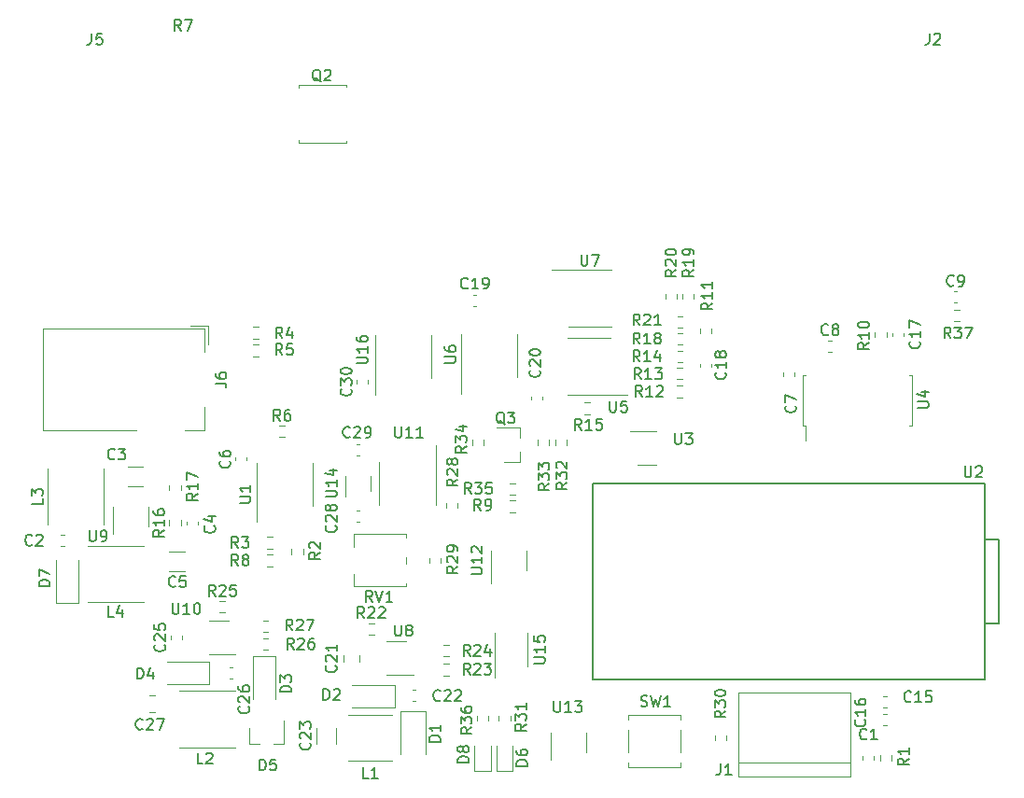
<source format=gbr>
G04 #@! TF.GenerationSoftware,KiCad,Pcbnew,5.1.7-a382d34a8~87~ubuntu18.04.1*
G04 #@! TF.CreationDate,2021-02-18T22:44:55+00:00*
G04 #@! TF.ProjectId,Laser-Driver-v3,4c617365-722d-4447-9269-7665722d7633,rev?*
G04 #@! TF.SameCoordinates,Original*
G04 #@! TF.FileFunction,Legend,Top*
G04 #@! TF.FilePolarity,Positive*
%FSLAX46Y46*%
G04 Gerber Fmt 4.6, Leading zero omitted, Abs format (unit mm)*
G04 Created by KiCad (PCBNEW 5.1.7-a382d34a8~87~ubuntu18.04.1) date 2021-02-18 22:44:55*
%MOMM*%
%LPD*%
G01*
G04 APERTURE LIST*
%ADD10C,0.120000*%
%ADD11C,0.150000*%
G04 APERTURE END LIST*
D10*
G04 #@! TO.C,R37*
X174862742Y-76477500D02*
X175337258Y-76477500D01*
X174862742Y-77522500D02*
X175337258Y-77522500D01*
G04 #@! TO.C,C9*
X174859420Y-74790000D02*
X175140580Y-74790000D01*
X174859420Y-75810000D02*
X175140580Y-75810000D01*
G04 #@! TO.C,C8*
X163459420Y-79240000D02*
X163740580Y-79240000D01*
X163459420Y-80260000D02*
X163740580Y-80260000D01*
G04 #@! TO.C,C7*
X159390000Y-82440580D02*
X159390000Y-82159420D01*
X160410000Y-82440580D02*
X160410000Y-82159420D01*
G04 #@! TO.C,R36*
X132622500Y-113737258D02*
X132622500Y-113262742D01*
X131577500Y-113737258D02*
X131577500Y-113262742D01*
G04 #@! TO.C,D8*
X132835000Y-118285000D02*
X132835000Y-116000000D01*
X131365000Y-118285000D02*
X132835000Y-118285000D01*
X131365000Y-116000000D02*
X131365000Y-118285000D01*
G04 #@! TO.C,D6*
X134835000Y-118285000D02*
X134835000Y-116000000D01*
X133365000Y-118285000D02*
X134835000Y-118285000D01*
X133365000Y-116000000D02*
X133365000Y-118285000D01*
G04 #@! TO.C,C6*
X110710000Y-90140580D02*
X110710000Y-89859420D01*
X109690000Y-90140580D02*
X109690000Y-89859420D01*
G04 #@! TO.C,RV1*
X125170000Y-101240000D02*
X125170000Y-101570000D01*
X125170000Y-96830000D02*
X125170000Y-97161000D01*
X125170000Y-98941000D02*
X125170000Y-99460000D01*
X120430000Y-96830000D02*
X120430000Y-97960000D01*
X120430000Y-100440000D02*
X120430000Y-101570000D01*
X125170000Y-96830000D02*
X120430000Y-96830000D01*
X125170000Y-101570000D02*
X120430000Y-101570000D01*
G04 #@! TO.C,D4*
X107300000Y-110400000D02*
X103450000Y-110400000D01*
X107300000Y-108400000D02*
X103450000Y-108400000D01*
X107300000Y-110400000D02*
X107300000Y-108400000D01*
G04 #@! TO.C,D2*
X124100000Y-112500000D02*
X120250000Y-112500000D01*
X124100000Y-110500000D02*
X120250000Y-110500000D01*
X124100000Y-112500000D02*
X124100000Y-110500000D01*
G04 #@! TO.C,L1*
X119900000Y-117400000D02*
X123900000Y-117400000D01*
X119900000Y-113200000D02*
X123900000Y-113200000D01*
G04 #@! TO.C,L2*
X104550000Y-116150000D02*
X109650000Y-116150000D01*
X104550000Y-111050000D02*
X109650000Y-111050000D01*
G04 #@! TO.C,L4*
X101350000Y-97850000D02*
X96250000Y-97850000D01*
X101350000Y-102950000D02*
X96250000Y-102950000D01*
G04 #@! TO.C,L3*
X97750000Y-95950000D02*
X97750000Y-90850000D01*
X92650000Y-95950000D02*
X92650000Y-90850000D01*
G04 #@! TO.C,C21*
X119465000Y-107838748D02*
X119465000Y-108361252D01*
X120935000Y-107838748D02*
X120935000Y-108361252D01*
G04 #@! TO.C,C27*
X102361252Y-111465000D02*
X101838748Y-111465000D01*
X102361252Y-112935000D02*
X101838748Y-112935000D01*
G04 #@! TO.C,C23*
X118810000Y-115811252D02*
X118810000Y-114388748D01*
X116990000Y-115811252D02*
X116990000Y-114388748D01*
G04 #@! TO.C,C5*
X105111252Y-98390000D02*
X103688748Y-98390000D01*
X105111252Y-100210000D02*
X103688748Y-100210000D01*
G04 #@! TO.C,C3*
X101311252Y-90690000D02*
X99888748Y-90690000D01*
X101311252Y-92510000D02*
X99888748Y-92510000D01*
G04 #@! TO.C,R35*
X134562742Y-92177500D02*
X135037258Y-92177500D01*
X134562742Y-93222500D02*
X135037258Y-93222500D01*
G04 #@! TO.C,R9*
X134562742Y-93777500D02*
X135037258Y-93777500D01*
X134562742Y-94822500D02*
X135037258Y-94822500D01*
D11*
G04 #@! TO.C,U2*
X177680000Y-110040000D02*
X177680000Y-92260000D01*
X177680000Y-92260000D02*
X142120000Y-92260000D01*
X142120000Y-92260000D02*
X142120000Y-110040000D01*
X142120000Y-110040000D02*
X177680000Y-110040000D01*
X177680000Y-104960000D02*
X178950000Y-104960000D01*
X178950000Y-104960000D02*
X178950000Y-97340000D01*
X178950000Y-97340000D02*
X177680000Y-97340000D01*
D10*
G04 #@! TO.C,U15*
X133200000Y-105800000D02*
X133200000Y-109800000D01*
X136200000Y-105800000D02*
X136200000Y-108800000D01*
G04 #@! TO.C,U14*
X121960000Y-92900000D02*
X121960000Y-91500000D01*
X119640000Y-91500000D02*
X119640000Y-93400000D01*
G04 #@! TO.C,U13*
X138290000Y-114800000D02*
X138290000Y-117250000D01*
X141510000Y-116600000D02*
X141510000Y-114800000D01*
G04 #@! TO.C,U12*
X132890000Y-98300000D02*
X132890000Y-101250000D01*
X136110000Y-100100000D02*
X136110000Y-98300000D01*
G04 #@! TO.C,U1*
X111590000Y-92270000D02*
X111590000Y-95720000D01*
X111590000Y-92270000D02*
X111590000Y-90320000D01*
X116710000Y-92270000D02*
X116710000Y-94220000D01*
X116710000Y-92270000D02*
X116710000Y-90320000D01*
G04 #@! TO.C,SW1*
X150070000Y-114570000D02*
X150070000Y-116630000D01*
X145330000Y-114570000D02*
X145330000Y-116630000D01*
X145330000Y-113230000D02*
X145330000Y-113630000D01*
X150070000Y-113230000D02*
X145330000Y-113230000D01*
X150070000Y-113230000D02*
X150070000Y-113630000D01*
X145330000Y-117970000D02*
X145330000Y-117570000D01*
X150070000Y-117970000D02*
X150070000Y-117570000D01*
X150070000Y-117970000D02*
X145330000Y-117970000D01*
G04 #@! TO.C,U6*
X130140000Y-80600000D02*
X130140000Y-84050000D01*
X130140000Y-80600000D02*
X130140000Y-78650000D01*
X135260000Y-80600000D02*
X135260000Y-82550000D01*
X135260000Y-80600000D02*
X135260000Y-78650000D01*
G04 #@! TO.C,U5*
X141750000Y-84160000D02*
X145200000Y-84160000D01*
X141750000Y-84160000D02*
X139800000Y-84160000D01*
X141750000Y-79040000D02*
X143700000Y-79040000D01*
X141750000Y-79040000D02*
X139800000Y-79040000D01*
G04 #@! TO.C,J6*
X106900000Y-78200000D02*
X106900000Y-80300000D01*
X107200000Y-77900000D02*
X105600000Y-77900000D01*
X107200000Y-79600000D02*
X107200000Y-77900000D01*
X106900000Y-87400000D02*
X105100000Y-87400000D01*
X106900000Y-85300000D02*
X106900000Y-87400000D01*
X92200000Y-78200000D02*
X106900000Y-78200000D01*
X92200000Y-87400000D02*
X92200000Y-78200000D01*
X100700000Y-87400000D02*
X92200000Y-87400000D01*
G04 #@! TO.C,C18*
X151790000Y-81359420D02*
X151790000Y-81640580D01*
X152810000Y-81359420D02*
X152810000Y-81640580D01*
G04 #@! TO.C,C4*
X105290000Y-95659420D02*
X105290000Y-95940580D01*
X106310000Y-95659420D02*
X106310000Y-95940580D01*
G04 #@! TO.C,C2*
X93859420Y-97910000D02*
X94140580Y-97910000D01*
X93859420Y-96890000D02*
X94140580Y-96890000D01*
G04 #@! TO.C,U9*
X98590000Y-94300000D02*
X98590000Y-96750000D01*
X101810000Y-96100000D02*
X101810000Y-94300000D01*
G04 #@! TO.C,R17*
X104722500Y-92837258D02*
X104722500Y-92362742D01*
X103677500Y-92837258D02*
X103677500Y-92362742D01*
G04 #@! TO.C,R16*
X104722500Y-96037258D02*
X104722500Y-95562742D01*
X103677500Y-96037258D02*
X103677500Y-95562742D01*
G04 #@! TO.C,D7*
X93400000Y-103050000D02*
X93400000Y-99150000D01*
X95400000Y-103050000D02*
X95400000Y-99150000D01*
X93400000Y-103050000D02*
X95400000Y-103050000D01*
G04 #@! TO.C,U16*
X127460000Y-80700000D02*
X127460000Y-78750000D01*
X127460000Y-80700000D02*
X127460000Y-82650000D01*
X122340000Y-80700000D02*
X122340000Y-78750000D01*
X122340000Y-80700000D02*
X122340000Y-84150000D01*
G04 #@! TO.C,U11*
X122740000Y-92200000D02*
X122740000Y-94150000D01*
X122740000Y-92200000D02*
X122740000Y-90250000D01*
X127860000Y-92200000D02*
X127860000Y-94150000D01*
X127860000Y-92200000D02*
X127860000Y-88750000D01*
G04 #@! TO.C,U10*
X109030000Y-104640000D02*
X107270000Y-104640000D01*
X107270000Y-107710000D02*
X109700000Y-107710000D01*
G04 #@! TO.C,U8*
X125180000Y-106540000D02*
X123420000Y-106540000D01*
X123420000Y-109610000D02*
X125850000Y-109610000D01*
G04 #@! TO.C,U7*
X141800000Y-77960000D02*
X143750000Y-77960000D01*
X141800000Y-77960000D02*
X139850000Y-77960000D01*
X141800000Y-72840000D02*
X143750000Y-72840000D01*
X141800000Y-72840000D02*
X138350000Y-72840000D01*
G04 #@! TO.C,U4*
X171060000Y-84700000D02*
X171060000Y-82390000D01*
X171060000Y-82390000D02*
X170785000Y-82390000D01*
X171060000Y-84700000D02*
X171060000Y-87010000D01*
X171060000Y-87010000D02*
X170785000Y-87010000D01*
X161140000Y-84700000D02*
X161140000Y-82390000D01*
X161140000Y-82390000D02*
X161415000Y-82390000D01*
X161140000Y-84700000D02*
X161140000Y-87010000D01*
X161140000Y-87010000D02*
X161415000Y-87010000D01*
X161415000Y-87010000D02*
X161415000Y-88300000D01*
G04 #@! TO.C,U3*
X146120000Y-90560000D02*
X147880000Y-90560000D01*
X147880000Y-87490000D02*
X145450000Y-87490000D01*
G04 #@! TO.C,R34*
X132222500Y-88262742D02*
X132222500Y-88737258D01*
X131177500Y-88262742D02*
X131177500Y-88737258D01*
G04 #@! TO.C,R33*
X137077500Y-88737258D02*
X137077500Y-88262742D01*
X138122500Y-88737258D02*
X138122500Y-88262742D01*
G04 #@! TO.C,R32*
X139722500Y-88262742D02*
X139722500Y-88737258D01*
X138677500Y-88262742D02*
X138677500Y-88737258D01*
G04 #@! TO.C,R31*
X133577500Y-113737258D02*
X133577500Y-113262742D01*
X134622500Y-113737258D02*
X134622500Y-113262742D01*
G04 #@! TO.C,R30*
X153177500Y-115537258D02*
X153177500Y-115062742D01*
X154222500Y-115537258D02*
X154222500Y-115062742D01*
G04 #@! TO.C,R29*
X127277500Y-99437258D02*
X127277500Y-98962742D01*
X128322500Y-99437258D02*
X128322500Y-98962742D01*
G04 #@! TO.C,R28*
X128777500Y-94437258D02*
X128777500Y-93962742D01*
X129822500Y-94437258D02*
X129822500Y-93962742D01*
G04 #@! TO.C,R27*
X112162742Y-104677500D02*
X112637258Y-104677500D01*
X112162742Y-105722500D02*
X112637258Y-105722500D01*
G04 #@! TO.C,R26*
X112637258Y-107322500D02*
X112162742Y-107322500D01*
X112637258Y-106277500D02*
X112162742Y-106277500D01*
G04 #@! TO.C,R25*
X108262742Y-102877500D02*
X108737258Y-102877500D01*
X108262742Y-103922500D02*
X108737258Y-103922500D01*
G04 #@! TO.C,R24*
X128562742Y-106827500D02*
X129037258Y-106827500D01*
X128562742Y-107872500D02*
X129037258Y-107872500D01*
G04 #@! TO.C,R23*
X129037258Y-109622500D02*
X128562742Y-109622500D01*
X129037258Y-108577500D02*
X128562742Y-108577500D01*
G04 #@! TO.C,R22*
X121762742Y-104877500D02*
X122237258Y-104877500D01*
X121762742Y-105922500D02*
X122237258Y-105922500D01*
G04 #@! TO.C,R21*
X149762742Y-77027500D02*
X150237258Y-77027500D01*
X149762742Y-78072500D02*
X150237258Y-78072500D01*
G04 #@! TO.C,R20*
X149722500Y-75012742D02*
X149722500Y-75487258D01*
X148677500Y-75012742D02*
X148677500Y-75487258D01*
G04 #@! TO.C,R19*
X150227500Y-75487258D02*
X150227500Y-75012742D01*
X151272500Y-75487258D02*
X151272500Y-75012742D01*
G04 #@! TO.C,R18*
X149762742Y-78577500D02*
X150237258Y-78577500D01*
X149762742Y-79622500D02*
X150237258Y-79622500D01*
G04 #@! TO.C,R15*
X141837258Y-85922500D02*
X141362742Y-85922500D01*
X141837258Y-84877500D02*
X141362742Y-84877500D01*
G04 #@! TO.C,R14*
X150237258Y-81222500D02*
X149762742Y-81222500D01*
X150237258Y-80177500D02*
X149762742Y-80177500D01*
G04 #@! TO.C,R13*
X150212258Y-82772500D02*
X149737742Y-82772500D01*
X150212258Y-81727500D02*
X149737742Y-81727500D01*
G04 #@! TO.C,R12*
X149737742Y-83352500D02*
X150212258Y-83352500D01*
X149737742Y-84397500D02*
X150212258Y-84397500D01*
G04 #@! TO.C,R11*
X152847500Y-78137742D02*
X152847500Y-78612258D01*
X151802500Y-78137742D02*
X151802500Y-78612258D01*
G04 #@! TO.C,R10*
X168722500Y-78462742D02*
X168722500Y-78937258D01*
X167677500Y-78462742D02*
X167677500Y-78937258D01*
G04 #@! TO.C,R8*
X113037258Y-99722500D02*
X112562742Y-99722500D01*
X113037258Y-98677500D02*
X112562742Y-98677500D01*
G04 #@! TO.C,R6*
X113662742Y-86977500D02*
X114137258Y-86977500D01*
X113662742Y-88022500D02*
X114137258Y-88022500D01*
G04 #@! TO.C,R5*
X111737258Y-80672500D02*
X111262742Y-80672500D01*
X111737258Y-79627500D02*
X111262742Y-79627500D01*
G04 #@! TO.C,R4*
X111262742Y-78027500D02*
X111737258Y-78027500D01*
X111262742Y-79072500D02*
X111737258Y-79072500D01*
G04 #@! TO.C,R3*
X112562742Y-97077500D02*
X113037258Y-97077500D01*
X112562742Y-98122500D02*
X113037258Y-98122500D01*
G04 #@! TO.C,R2*
X114777500Y-98637258D02*
X114777500Y-98162742D01*
X115822500Y-98637258D02*
X115822500Y-98162742D01*
G04 #@! TO.C,R1*
X168177500Y-117337258D02*
X168177500Y-116862742D01*
X169222500Y-117337258D02*
X169222500Y-116862742D01*
G04 #@! TO.C,Q3*
X135490000Y-90280000D02*
X135490000Y-89350000D01*
X135490000Y-87120000D02*
X135490000Y-88050000D01*
X135490000Y-87120000D02*
X133330000Y-87120000D01*
X135490000Y-90280000D02*
X134030000Y-90280000D01*
G04 #@! TO.C,Q2*
X115450000Y-56100000D02*
X115450000Y-56300000D01*
X119750000Y-56100000D02*
X115450000Y-56100000D01*
X119750000Y-56250000D02*
X119750000Y-56100000D01*
X119750000Y-61300000D02*
X119750000Y-61150000D01*
X115450000Y-61300000D02*
X119750000Y-61300000D01*
X115450000Y-61100000D02*
X115450000Y-61300000D01*
G04 #@! TO.C,J1*
X165470000Y-117540000D02*
X155310000Y-117540000D01*
X165470000Y-118810000D02*
X165470000Y-111190000D01*
X165470000Y-111190000D02*
X155310000Y-111190000D01*
X155310000Y-111190000D02*
X155310000Y-118810000D01*
X155310000Y-118810000D02*
X165470000Y-118810000D01*
G04 #@! TO.C,D5*
X110920000Y-115860000D02*
X111850000Y-115860000D01*
X114080000Y-115860000D02*
X113150000Y-115860000D01*
X114080000Y-115860000D02*
X114080000Y-113700000D01*
X110920000Y-115860000D02*
X110920000Y-114400000D01*
G04 #@! TO.C,D3*
X113300000Y-107850000D02*
X111300000Y-107850000D01*
X111300000Y-107850000D02*
X111300000Y-111750000D01*
X113300000Y-107850000D02*
X113300000Y-111750000D01*
G04 #@! TO.C,D1*
X126935000Y-116800000D02*
X126935000Y-112915000D01*
X126935000Y-112915000D02*
X124665000Y-112915000D01*
X124665000Y-112915000D02*
X124665000Y-116800000D01*
G04 #@! TO.C,C30*
X120690000Y-83140580D02*
X120690000Y-82859420D01*
X121710000Y-83140580D02*
X121710000Y-82859420D01*
G04 #@! TO.C,C29*
X120940580Y-89710000D02*
X120659420Y-89710000D01*
X120940580Y-88690000D02*
X120659420Y-88690000D01*
G04 #@! TO.C,C28*
X120940580Y-95710000D02*
X120659420Y-95710000D01*
X120940580Y-94690000D02*
X120659420Y-94690000D01*
G04 #@! TO.C,C26*
X109440580Y-109910000D02*
X109159420Y-109910000D01*
X109440580Y-108890000D02*
X109159420Y-108890000D01*
G04 #@! TO.C,C25*
X103790000Y-106340580D02*
X103790000Y-106059420D01*
X104810000Y-106340580D02*
X104810000Y-106059420D01*
G04 #@! TO.C,C22*
X126040580Y-111910000D02*
X125759420Y-111910000D01*
X126040580Y-110890000D02*
X125759420Y-110890000D01*
G04 #@! TO.C,C20*
X136490000Y-84640580D02*
X136490000Y-84359420D01*
X137510000Y-84640580D02*
X137510000Y-84359420D01*
G04 #@! TO.C,C19*
X131259420Y-75090000D02*
X131540580Y-75090000D01*
X131259420Y-76110000D02*
X131540580Y-76110000D01*
G04 #@! TO.C,C17*
X170310000Y-78559420D02*
X170310000Y-78840580D01*
X169290000Y-78559420D02*
X169290000Y-78840580D01*
G04 #@! TO.C,C16*
X168459420Y-113090000D02*
X168740580Y-113090000D01*
X168459420Y-114110000D02*
X168740580Y-114110000D01*
G04 #@! TO.C,C15*
X168459420Y-111490000D02*
X168740580Y-111490000D01*
X168459420Y-112510000D02*
X168740580Y-112510000D01*
G04 #@! TO.C,C1*
X167610000Y-116959420D02*
X167610000Y-117240580D01*
X166590000Y-116959420D02*
X166590000Y-117240580D01*
G04 #@! TO.C,R37*
D11*
X174557142Y-79052380D02*
X174223809Y-78576190D01*
X173985714Y-79052380D02*
X173985714Y-78052380D01*
X174366666Y-78052380D01*
X174461904Y-78100000D01*
X174509523Y-78147619D01*
X174557142Y-78242857D01*
X174557142Y-78385714D01*
X174509523Y-78480952D01*
X174461904Y-78528571D01*
X174366666Y-78576190D01*
X173985714Y-78576190D01*
X174890476Y-78052380D02*
X175509523Y-78052380D01*
X175176190Y-78433333D01*
X175319047Y-78433333D01*
X175414285Y-78480952D01*
X175461904Y-78528571D01*
X175509523Y-78623809D01*
X175509523Y-78861904D01*
X175461904Y-78957142D01*
X175414285Y-79004761D01*
X175319047Y-79052380D01*
X175033333Y-79052380D01*
X174938095Y-79004761D01*
X174890476Y-78957142D01*
X175842857Y-78052380D02*
X176509523Y-78052380D01*
X176080952Y-79052380D01*
G04 #@! TO.C,C9*
X174833333Y-74227142D02*
X174785714Y-74274761D01*
X174642857Y-74322380D01*
X174547619Y-74322380D01*
X174404761Y-74274761D01*
X174309523Y-74179523D01*
X174261904Y-74084285D01*
X174214285Y-73893809D01*
X174214285Y-73750952D01*
X174261904Y-73560476D01*
X174309523Y-73465238D01*
X174404761Y-73370000D01*
X174547619Y-73322380D01*
X174642857Y-73322380D01*
X174785714Y-73370000D01*
X174833333Y-73417619D01*
X175309523Y-74322380D02*
X175500000Y-74322380D01*
X175595238Y-74274761D01*
X175642857Y-74227142D01*
X175738095Y-74084285D01*
X175785714Y-73893809D01*
X175785714Y-73512857D01*
X175738095Y-73417619D01*
X175690476Y-73370000D01*
X175595238Y-73322380D01*
X175404761Y-73322380D01*
X175309523Y-73370000D01*
X175261904Y-73417619D01*
X175214285Y-73512857D01*
X175214285Y-73750952D01*
X175261904Y-73846190D01*
X175309523Y-73893809D01*
X175404761Y-73941428D01*
X175595238Y-73941428D01*
X175690476Y-73893809D01*
X175738095Y-73846190D01*
X175785714Y-73750952D01*
G04 #@! TO.C,C8*
X163433333Y-78677142D02*
X163385714Y-78724761D01*
X163242857Y-78772380D01*
X163147619Y-78772380D01*
X163004761Y-78724761D01*
X162909523Y-78629523D01*
X162861904Y-78534285D01*
X162814285Y-78343809D01*
X162814285Y-78200952D01*
X162861904Y-78010476D01*
X162909523Y-77915238D01*
X163004761Y-77820000D01*
X163147619Y-77772380D01*
X163242857Y-77772380D01*
X163385714Y-77820000D01*
X163433333Y-77867619D01*
X164004761Y-78200952D02*
X163909523Y-78153333D01*
X163861904Y-78105714D01*
X163814285Y-78010476D01*
X163814285Y-77962857D01*
X163861904Y-77867619D01*
X163909523Y-77820000D01*
X164004761Y-77772380D01*
X164195238Y-77772380D01*
X164290476Y-77820000D01*
X164338095Y-77867619D01*
X164385714Y-77962857D01*
X164385714Y-78010476D01*
X164338095Y-78105714D01*
X164290476Y-78153333D01*
X164195238Y-78200952D01*
X164004761Y-78200952D01*
X163909523Y-78248571D01*
X163861904Y-78296190D01*
X163814285Y-78391428D01*
X163814285Y-78581904D01*
X163861904Y-78677142D01*
X163909523Y-78724761D01*
X164004761Y-78772380D01*
X164195238Y-78772380D01*
X164290476Y-78724761D01*
X164338095Y-78677142D01*
X164385714Y-78581904D01*
X164385714Y-78391428D01*
X164338095Y-78296190D01*
X164290476Y-78248571D01*
X164195238Y-78200952D01*
G04 #@! TO.C,C7*
X160457142Y-85166666D02*
X160504761Y-85214285D01*
X160552380Y-85357142D01*
X160552380Y-85452380D01*
X160504761Y-85595238D01*
X160409523Y-85690476D01*
X160314285Y-85738095D01*
X160123809Y-85785714D01*
X159980952Y-85785714D01*
X159790476Y-85738095D01*
X159695238Y-85690476D01*
X159600000Y-85595238D01*
X159552380Y-85452380D01*
X159552380Y-85357142D01*
X159600000Y-85214285D01*
X159647619Y-85166666D01*
X159552380Y-84833333D02*
X159552380Y-84166666D01*
X160552380Y-84595238D01*
G04 #@! TO.C,R36*
X131122380Y-114342857D02*
X130646190Y-114676190D01*
X131122380Y-114914285D02*
X130122380Y-114914285D01*
X130122380Y-114533333D01*
X130170000Y-114438095D01*
X130217619Y-114390476D01*
X130312857Y-114342857D01*
X130455714Y-114342857D01*
X130550952Y-114390476D01*
X130598571Y-114438095D01*
X130646190Y-114533333D01*
X130646190Y-114914285D01*
X130122380Y-114009523D02*
X130122380Y-113390476D01*
X130503333Y-113723809D01*
X130503333Y-113580952D01*
X130550952Y-113485714D01*
X130598571Y-113438095D01*
X130693809Y-113390476D01*
X130931904Y-113390476D01*
X131027142Y-113438095D01*
X131074761Y-113485714D01*
X131122380Y-113580952D01*
X131122380Y-113866666D01*
X131074761Y-113961904D01*
X131027142Y-114009523D01*
X130122380Y-112533333D02*
X130122380Y-112723809D01*
X130170000Y-112819047D01*
X130217619Y-112866666D01*
X130360476Y-112961904D01*
X130550952Y-113009523D01*
X130931904Y-113009523D01*
X131027142Y-112961904D01*
X131074761Y-112914285D01*
X131122380Y-112819047D01*
X131122380Y-112628571D01*
X131074761Y-112533333D01*
X131027142Y-112485714D01*
X130931904Y-112438095D01*
X130693809Y-112438095D01*
X130598571Y-112485714D01*
X130550952Y-112533333D01*
X130503333Y-112628571D01*
X130503333Y-112819047D01*
X130550952Y-112914285D01*
X130598571Y-112961904D01*
X130693809Y-113009523D01*
G04 #@! TO.C,D8*
X130852380Y-117538095D02*
X129852380Y-117538095D01*
X129852380Y-117300000D01*
X129900000Y-117157142D01*
X129995238Y-117061904D01*
X130090476Y-117014285D01*
X130280952Y-116966666D01*
X130423809Y-116966666D01*
X130614285Y-117014285D01*
X130709523Y-117061904D01*
X130804761Y-117157142D01*
X130852380Y-117300000D01*
X130852380Y-117538095D01*
X130280952Y-116395238D02*
X130233333Y-116490476D01*
X130185714Y-116538095D01*
X130090476Y-116585714D01*
X130042857Y-116585714D01*
X129947619Y-116538095D01*
X129900000Y-116490476D01*
X129852380Y-116395238D01*
X129852380Y-116204761D01*
X129900000Y-116109523D01*
X129947619Y-116061904D01*
X130042857Y-116014285D01*
X130090476Y-116014285D01*
X130185714Y-116061904D01*
X130233333Y-116109523D01*
X130280952Y-116204761D01*
X130280952Y-116395238D01*
X130328571Y-116490476D01*
X130376190Y-116538095D01*
X130471428Y-116585714D01*
X130661904Y-116585714D01*
X130757142Y-116538095D01*
X130804761Y-116490476D01*
X130852380Y-116395238D01*
X130852380Y-116204761D01*
X130804761Y-116109523D01*
X130757142Y-116061904D01*
X130661904Y-116014285D01*
X130471428Y-116014285D01*
X130376190Y-116061904D01*
X130328571Y-116109523D01*
X130280952Y-116204761D01*
G04 #@! TO.C,D6*
X136152380Y-117838095D02*
X135152380Y-117838095D01*
X135152380Y-117600000D01*
X135200000Y-117457142D01*
X135295238Y-117361904D01*
X135390476Y-117314285D01*
X135580952Y-117266666D01*
X135723809Y-117266666D01*
X135914285Y-117314285D01*
X136009523Y-117361904D01*
X136104761Y-117457142D01*
X136152380Y-117600000D01*
X136152380Y-117838095D01*
X135152380Y-116409523D02*
X135152380Y-116600000D01*
X135200000Y-116695238D01*
X135247619Y-116742857D01*
X135390476Y-116838095D01*
X135580952Y-116885714D01*
X135961904Y-116885714D01*
X136057142Y-116838095D01*
X136104761Y-116790476D01*
X136152380Y-116695238D01*
X136152380Y-116504761D01*
X136104761Y-116409523D01*
X136057142Y-116361904D01*
X135961904Y-116314285D01*
X135723809Y-116314285D01*
X135628571Y-116361904D01*
X135580952Y-116409523D01*
X135533333Y-116504761D01*
X135533333Y-116695238D01*
X135580952Y-116790476D01*
X135628571Y-116838095D01*
X135723809Y-116885714D01*
G04 #@! TO.C,C6*
X109127142Y-90166666D02*
X109174761Y-90214285D01*
X109222380Y-90357142D01*
X109222380Y-90452380D01*
X109174761Y-90595238D01*
X109079523Y-90690476D01*
X108984285Y-90738095D01*
X108793809Y-90785714D01*
X108650952Y-90785714D01*
X108460476Y-90738095D01*
X108365238Y-90690476D01*
X108270000Y-90595238D01*
X108222380Y-90452380D01*
X108222380Y-90357142D01*
X108270000Y-90214285D01*
X108317619Y-90166666D01*
X108222380Y-89309523D02*
X108222380Y-89500000D01*
X108270000Y-89595238D01*
X108317619Y-89642857D01*
X108460476Y-89738095D01*
X108650952Y-89785714D01*
X109031904Y-89785714D01*
X109127142Y-89738095D01*
X109174761Y-89690476D01*
X109222380Y-89595238D01*
X109222380Y-89404761D01*
X109174761Y-89309523D01*
X109127142Y-89261904D01*
X109031904Y-89214285D01*
X108793809Y-89214285D01*
X108698571Y-89261904D01*
X108650952Y-89309523D01*
X108603333Y-89404761D01*
X108603333Y-89595238D01*
X108650952Y-89690476D01*
X108698571Y-89738095D01*
X108793809Y-89785714D01*
G04 #@! TO.C,RV1*
X122104761Y-102952380D02*
X121771428Y-102476190D01*
X121533333Y-102952380D02*
X121533333Y-101952380D01*
X121914285Y-101952380D01*
X122009523Y-102000000D01*
X122057142Y-102047619D01*
X122104761Y-102142857D01*
X122104761Y-102285714D01*
X122057142Y-102380952D01*
X122009523Y-102428571D01*
X121914285Y-102476190D01*
X121533333Y-102476190D01*
X122390476Y-101952380D02*
X122723809Y-102952380D01*
X123057142Y-101952380D01*
X123914285Y-102952380D02*
X123342857Y-102952380D01*
X123628571Y-102952380D02*
X123628571Y-101952380D01*
X123533333Y-102095238D01*
X123438095Y-102190476D01*
X123342857Y-102238095D01*
G04 #@! TO.C,D4*
X100761904Y-109952380D02*
X100761904Y-108952380D01*
X101000000Y-108952380D01*
X101142857Y-109000000D01*
X101238095Y-109095238D01*
X101285714Y-109190476D01*
X101333333Y-109380952D01*
X101333333Y-109523809D01*
X101285714Y-109714285D01*
X101238095Y-109809523D01*
X101142857Y-109904761D01*
X101000000Y-109952380D01*
X100761904Y-109952380D01*
X102190476Y-109285714D02*
X102190476Y-109952380D01*
X101952380Y-108904761D02*
X101714285Y-109619047D01*
X102333333Y-109619047D01*
G04 #@! TO.C,D2*
X117661904Y-111852380D02*
X117661904Y-110852380D01*
X117900000Y-110852380D01*
X118042857Y-110900000D01*
X118138095Y-110995238D01*
X118185714Y-111090476D01*
X118233333Y-111280952D01*
X118233333Y-111423809D01*
X118185714Y-111614285D01*
X118138095Y-111709523D01*
X118042857Y-111804761D01*
X117900000Y-111852380D01*
X117661904Y-111852380D01*
X118614285Y-110947619D02*
X118661904Y-110900000D01*
X118757142Y-110852380D01*
X118995238Y-110852380D01*
X119090476Y-110900000D01*
X119138095Y-110947619D01*
X119185714Y-111042857D01*
X119185714Y-111138095D01*
X119138095Y-111280952D01*
X118566666Y-111852380D01*
X119185714Y-111852380D01*
G04 #@! TO.C,L1*
X121733333Y-118952380D02*
X121257142Y-118952380D01*
X121257142Y-117952380D01*
X122590476Y-118952380D02*
X122019047Y-118952380D01*
X122304761Y-118952380D02*
X122304761Y-117952380D01*
X122209523Y-118095238D01*
X122114285Y-118190476D01*
X122019047Y-118238095D01*
G04 #@! TO.C,L2*
X106733333Y-117652380D02*
X106257142Y-117652380D01*
X106257142Y-116652380D01*
X107019047Y-116747619D02*
X107066666Y-116700000D01*
X107161904Y-116652380D01*
X107400000Y-116652380D01*
X107495238Y-116700000D01*
X107542857Y-116747619D01*
X107590476Y-116842857D01*
X107590476Y-116938095D01*
X107542857Y-117080952D01*
X106971428Y-117652380D01*
X107590476Y-117652380D01*
G04 #@! TO.C,L4*
X98633333Y-104302380D02*
X98157142Y-104302380D01*
X98157142Y-103302380D01*
X99395238Y-103635714D02*
X99395238Y-104302380D01*
X99157142Y-103254761D02*
X98919047Y-103969047D01*
X99538095Y-103969047D01*
G04 #@! TO.C,L3*
X92202380Y-93566666D02*
X92202380Y-94042857D01*
X91202380Y-94042857D01*
X91202380Y-93328571D02*
X91202380Y-92709523D01*
X91583333Y-93042857D01*
X91583333Y-92900000D01*
X91630952Y-92804761D01*
X91678571Y-92757142D01*
X91773809Y-92709523D01*
X92011904Y-92709523D01*
X92107142Y-92757142D01*
X92154761Y-92804761D01*
X92202380Y-92900000D01*
X92202380Y-93185714D01*
X92154761Y-93280952D01*
X92107142Y-93328571D01*
G04 #@! TO.C,C21*
X118757142Y-108742857D02*
X118804761Y-108790476D01*
X118852380Y-108933333D01*
X118852380Y-109028571D01*
X118804761Y-109171428D01*
X118709523Y-109266666D01*
X118614285Y-109314285D01*
X118423809Y-109361904D01*
X118280952Y-109361904D01*
X118090476Y-109314285D01*
X117995238Y-109266666D01*
X117900000Y-109171428D01*
X117852380Y-109028571D01*
X117852380Y-108933333D01*
X117900000Y-108790476D01*
X117947619Y-108742857D01*
X117947619Y-108361904D02*
X117900000Y-108314285D01*
X117852380Y-108219047D01*
X117852380Y-107980952D01*
X117900000Y-107885714D01*
X117947619Y-107838095D01*
X118042857Y-107790476D01*
X118138095Y-107790476D01*
X118280952Y-107838095D01*
X118852380Y-108409523D01*
X118852380Y-107790476D01*
X118852380Y-106838095D02*
X118852380Y-107409523D01*
X118852380Y-107123809D02*
X117852380Y-107123809D01*
X117995238Y-107219047D01*
X118090476Y-107314285D01*
X118138095Y-107409523D01*
G04 #@! TO.C,C27*
X101257142Y-114457142D02*
X101209523Y-114504761D01*
X101066666Y-114552380D01*
X100971428Y-114552380D01*
X100828571Y-114504761D01*
X100733333Y-114409523D01*
X100685714Y-114314285D01*
X100638095Y-114123809D01*
X100638095Y-113980952D01*
X100685714Y-113790476D01*
X100733333Y-113695238D01*
X100828571Y-113600000D01*
X100971428Y-113552380D01*
X101066666Y-113552380D01*
X101209523Y-113600000D01*
X101257142Y-113647619D01*
X101638095Y-113647619D02*
X101685714Y-113600000D01*
X101780952Y-113552380D01*
X102019047Y-113552380D01*
X102114285Y-113600000D01*
X102161904Y-113647619D01*
X102209523Y-113742857D01*
X102209523Y-113838095D01*
X102161904Y-113980952D01*
X101590476Y-114552380D01*
X102209523Y-114552380D01*
X102542857Y-113552380D02*
X103209523Y-113552380D01*
X102780952Y-114552380D01*
G04 #@! TO.C,C23*
X116407142Y-115742857D02*
X116454761Y-115790476D01*
X116502380Y-115933333D01*
X116502380Y-116028571D01*
X116454761Y-116171428D01*
X116359523Y-116266666D01*
X116264285Y-116314285D01*
X116073809Y-116361904D01*
X115930952Y-116361904D01*
X115740476Y-116314285D01*
X115645238Y-116266666D01*
X115550000Y-116171428D01*
X115502380Y-116028571D01*
X115502380Y-115933333D01*
X115550000Y-115790476D01*
X115597619Y-115742857D01*
X115597619Y-115361904D02*
X115550000Y-115314285D01*
X115502380Y-115219047D01*
X115502380Y-114980952D01*
X115550000Y-114885714D01*
X115597619Y-114838095D01*
X115692857Y-114790476D01*
X115788095Y-114790476D01*
X115930952Y-114838095D01*
X116502380Y-115409523D01*
X116502380Y-114790476D01*
X115502380Y-114457142D02*
X115502380Y-113838095D01*
X115883333Y-114171428D01*
X115883333Y-114028571D01*
X115930952Y-113933333D01*
X115978571Y-113885714D01*
X116073809Y-113838095D01*
X116311904Y-113838095D01*
X116407142Y-113885714D01*
X116454761Y-113933333D01*
X116502380Y-114028571D01*
X116502380Y-114314285D01*
X116454761Y-114409523D01*
X116407142Y-114457142D01*
G04 #@! TO.C,C5*
X104233333Y-101507142D02*
X104185714Y-101554761D01*
X104042857Y-101602380D01*
X103947619Y-101602380D01*
X103804761Y-101554761D01*
X103709523Y-101459523D01*
X103661904Y-101364285D01*
X103614285Y-101173809D01*
X103614285Y-101030952D01*
X103661904Y-100840476D01*
X103709523Y-100745238D01*
X103804761Y-100650000D01*
X103947619Y-100602380D01*
X104042857Y-100602380D01*
X104185714Y-100650000D01*
X104233333Y-100697619D01*
X105138095Y-100602380D02*
X104661904Y-100602380D01*
X104614285Y-101078571D01*
X104661904Y-101030952D01*
X104757142Y-100983333D01*
X104995238Y-100983333D01*
X105090476Y-101030952D01*
X105138095Y-101078571D01*
X105185714Y-101173809D01*
X105185714Y-101411904D01*
X105138095Y-101507142D01*
X105090476Y-101554761D01*
X104995238Y-101602380D01*
X104757142Y-101602380D01*
X104661904Y-101554761D01*
X104614285Y-101507142D01*
G04 #@! TO.C,C3*
X98733333Y-89957142D02*
X98685714Y-90004761D01*
X98542857Y-90052380D01*
X98447619Y-90052380D01*
X98304761Y-90004761D01*
X98209523Y-89909523D01*
X98161904Y-89814285D01*
X98114285Y-89623809D01*
X98114285Y-89480952D01*
X98161904Y-89290476D01*
X98209523Y-89195238D01*
X98304761Y-89100000D01*
X98447619Y-89052380D01*
X98542857Y-89052380D01*
X98685714Y-89100000D01*
X98733333Y-89147619D01*
X99066666Y-89052380D02*
X99685714Y-89052380D01*
X99352380Y-89433333D01*
X99495238Y-89433333D01*
X99590476Y-89480952D01*
X99638095Y-89528571D01*
X99685714Y-89623809D01*
X99685714Y-89861904D01*
X99638095Y-89957142D01*
X99590476Y-90004761D01*
X99495238Y-90052380D01*
X99209523Y-90052380D01*
X99114285Y-90004761D01*
X99066666Y-89957142D01*
G04 #@! TO.C,R35*
X131057142Y-93152380D02*
X130723809Y-92676190D01*
X130485714Y-93152380D02*
X130485714Y-92152380D01*
X130866666Y-92152380D01*
X130961904Y-92200000D01*
X131009523Y-92247619D01*
X131057142Y-92342857D01*
X131057142Y-92485714D01*
X131009523Y-92580952D01*
X130961904Y-92628571D01*
X130866666Y-92676190D01*
X130485714Y-92676190D01*
X131390476Y-92152380D02*
X132009523Y-92152380D01*
X131676190Y-92533333D01*
X131819047Y-92533333D01*
X131914285Y-92580952D01*
X131961904Y-92628571D01*
X132009523Y-92723809D01*
X132009523Y-92961904D01*
X131961904Y-93057142D01*
X131914285Y-93104761D01*
X131819047Y-93152380D01*
X131533333Y-93152380D01*
X131438095Y-93104761D01*
X131390476Y-93057142D01*
X132914285Y-92152380D02*
X132438095Y-92152380D01*
X132390476Y-92628571D01*
X132438095Y-92580952D01*
X132533333Y-92533333D01*
X132771428Y-92533333D01*
X132866666Y-92580952D01*
X132914285Y-92628571D01*
X132961904Y-92723809D01*
X132961904Y-92961904D01*
X132914285Y-93057142D01*
X132866666Y-93104761D01*
X132771428Y-93152380D01*
X132533333Y-93152380D01*
X132438095Y-93104761D01*
X132390476Y-93057142D01*
G04 #@! TO.C,R9*
X131933333Y-94652380D02*
X131600000Y-94176190D01*
X131361904Y-94652380D02*
X131361904Y-93652380D01*
X131742857Y-93652380D01*
X131838095Y-93700000D01*
X131885714Y-93747619D01*
X131933333Y-93842857D01*
X131933333Y-93985714D01*
X131885714Y-94080952D01*
X131838095Y-94128571D01*
X131742857Y-94176190D01*
X131361904Y-94176190D01*
X132409523Y-94652380D02*
X132600000Y-94652380D01*
X132695238Y-94604761D01*
X132742857Y-94557142D01*
X132838095Y-94414285D01*
X132885714Y-94223809D01*
X132885714Y-93842857D01*
X132838095Y-93747619D01*
X132790476Y-93700000D01*
X132695238Y-93652380D01*
X132504761Y-93652380D01*
X132409523Y-93700000D01*
X132361904Y-93747619D01*
X132314285Y-93842857D01*
X132314285Y-94080952D01*
X132361904Y-94176190D01*
X132409523Y-94223809D01*
X132504761Y-94271428D01*
X132695238Y-94271428D01*
X132790476Y-94223809D01*
X132838095Y-94176190D01*
X132885714Y-94080952D01*
G04 #@! TO.C,U2*
X175838095Y-90652380D02*
X175838095Y-91461904D01*
X175885714Y-91557142D01*
X175933333Y-91604761D01*
X176028571Y-91652380D01*
X176219047Y-91652380D01*
X176314285Y-91604761D01*
X176361904Y-91557142D01*
X176409523Y-91461904D01*
X176409523Y-90652380D01*
X176838095Y-90747619D02*
X176885714Y-90700000D01*
X176980952Y-90652380D01*
X177219047Y-90652380D01*
X177314285Y-90700000D01*
X177361904Y-90747619D01*
X177409523Y-90842857D01*
X177409523Y-90938095D01*
X177361904Y-91080952D01*
X176790476Y-91652380D01*
X177409523Y-91652380D01*
G04 #@! TO.C,R7*
X104733333Y-51152380D02*
X104400000Y-50676190D01*
X104161904Y-51152380D02*
X104161904Y-50152380D01*
X104542857Y-50152380D01*
X104638095Y-50200000D01*
X104685714Y-50247619D01*
X104733333Y-50342857D01*
X104733333Y-50485714D01*
X104685714Y-50580952D01*
X104638095Y-50628571D01*
X104542857Y-50676190D01*
X104161904Y-50676190D01*
X105066666Y-50152380D02*
X105733333Y-50152380D01*
X105304761Y-51152380D01*
G04 #@! TO.C,J5*
X96616666Y-51402380D02*
X96616666Y-52116666D01*
X96569047Y-52259523D01*
X96473809Y-52354761D01*
X96330952Y-52402380D01*
X96235714Y-52402380D01*
X97569047Y-51402380D02*
X97092857Y-51402380D01*
X97045238Y-51878571D01*
X97092857Y-51830952D01*
X97188095Y-51783333D01*
X97426190Y-51783333D01*
X97521428Y-51830952D01*
X97569047Y-51878571D01*
X97616666Y-51973809D01*
X97616666Y-52211904D01*
X97569047Y-52307142D01*
X97521428Y-52354761D01*
X97426190Y-52402380D01*
X97188095Y-52402380D01*
X97092857Y-52354761D01*
X97045238Y-52307142D01*
G04 #@! TO.C,J2*
X172616666Y-51402380D02*
X172616666Y-52116666D01*
X172569047Y-52259523D01*
X172473809Y-52354761D01*
X172330952Y-52402380D01*
X172235714Y-52402380D01*
X173045238Y-51497619D02*
X173092857Y-51450000D01*
X173188095Y-51402380D01*
X173426190Y-51402380D01*
X173521428Y-51450000D01*
X173569047Y-51497619D01*
X173616666Y-51592857D01*
X173616666Y-51688095D01*
X173569047Y-51830952D01*
X172997619Y-52402380D01*
X173616666Y-52402380D01*
G04 #@! TO.C,U15*
X136752380Y-108538095D02*
X137561904Y-108538095D01*
X137657142Y-108490476D01*
X137704761Y-108442857D01*
X137752380Y-108347619D01*
X137752380Y-108157142D01*
X137704761Y-108061904D01*
X137657142Y-108014285D01*
X137561904Y-107966666D01*
X136752380Y-107966666D01*
X137752380Y-106966666D02*
X137752380Y-107538095D01*
X137752380Y-107252380D02*
X136752380Y-107252380D01*
X136895238Y-107347619D01*
X136990476Y-107442857D01*
X137038095Y-107538095D01*
X136752380Y-106061904D02*
X136752380Y-106538095D01*
X137228571Y-106585714D01*
X137180952Y-106538095D01*
X137133333Y-106442857D01*
X137133333Y-106204761D01*
X137180952Y-106109523D01*
X137228571Y-106061904D01*
X137323809Y-106014285D01*
X137561904Y-106014285D01*
X137657142Y-106061904D01*
X137704761Y-106109523D01*
X137752380Y-106204761D01*
X137752380Y-106442857D01*
X137704761Y-106538095D01*
X137657142Y-106585714D01*
G04 #@! TO.C,U14*
X117852380Y-93438095D02*
X118661904Y-93438095D01*
X118757142Y-93390476D01*
X118804761Y-93342857D01*
X118852380Y-93247619D01*
X118852380Y-93057142D01*
X118804761Y-92961904D01*
X118757142Y-92914285D01*
X118661904Y-92866666D01*
X117852380Y-92866666D01*
X118852380Y-91866666D02*
X118852380Y-92438095D01*
X118852380Y-92152380D02*
X117852380Y-92152380D01*
X117995238Y-92247619D01*
X118090476Y-92342857D01*
X118138095Y-92438095D01*
X118185714Y-91009523D02*
X118852380Y-91009523D01*
X117804761Y-91247619D02*
X118519047Y-91485714D01*
X118519047Y-90866666D01*
G04 #@! TO.C,U13*
X138561904Y-111952380D02*
X138561904Y-112761904D01*
X138609523Y-112857142D01*
X138657142Y-112904761D01*
X138752380Y-112952380D01*
X138942857Y-112952380D01*
X139038095Y-112904761D01*
X139085714Y-112857142D01*
X139133333Y-112761904D01*
X139133333Y-111952380D01*
X140133333Y-112952380D02*
X139561904Y-112952380D01*
X139847619Y-112952380D02*
X139847619Y-111952380D01*
X139752380Y-112095238D01*
X139657142Y-112190476D01*
X139561904Y-112238095D01*
X140466666Y-111952380D02*
X141085714Y-111952380D01*
X140752380Y-112333333D01*
X140895238Y-112333333D01*
X140990476Y-112380952D01*
X141038095Y-112428571D01*
X141085714Y-112523809D01*
X141085714Y-112761904D01*
X141038095Y-112857142D01*
X140990476Y-112904761D01*
X140895238Y-112952380D01*
X140609523Y-112952380D01*
X140514285Y-112904761D01*
X140466666Y-112857142D01*
G04 #@! TO.C,U12*
X131052380Y-100438095D02*
X131861904Y-100438095D01*
X131957142Y-100390476D01*
X132004761Y-100342857D01*
X132052380Y-100247619D01*
X132052380Y-100057142D01*
X132004761Y-99961904D01*
X131957142Y-99914285D01*
X131861904Y-99866666D01*
X131052380Y-99866666D01*
X132052380Y-98866666D02*
X132052380Y-99438095D01*
X132052380Y-99152380D02*
X131052380Y-99152380D01*
X131195238Y-99247619D01*
X131290476Y-99342857D01*
X131338095Y-99438095D01*
X131147619Y-98485714D02*
X131100000Y-98438095D01*
X131052380Y-98342857D01*
X131052380Y-98104761D01*
X131100000Y-98009523D01*
X131147619Y-97961904D01*
X131242857Y-97914285D01*
X131338095Y-97914285D01*
X131480952Y-97961904D01*
X132052380Y-98533333D01*
X132052380Y-97914285D01*
G04 #@! TO.C,U1*
X110052380Y-93961904D02*
X110861904Y-93961904D01*
X110957142Y-93914285D01*
X111004761Y-93866666D01*
X111052380Y-93771428D01*
X111052380Y-93580952D01*
X111004761Y-93485714D01*
X110957142Y-93438095D01*
X110861904Y-93390476D01*
X110052380Y-93390476D01*
X111052380Y-92390476D02*
X111052380Y-92961904D01*
X111052380Y-92676190D02*
X110052380Y-92676190D01*
X110195238Y-92771428D01*
X110290476Y-92866666D01*
X110338095Y-92961904D01*
G04 #@! TO.C,SW1*
X146466666Y-112404761D02*
X146609523Y-112452380D01*
X146847619Y-112452380D01*
X146942857Y-112404761D01*
X146990476Y-112357142D01*
X147038095Y-112261904D01*
X147038095Y-112166666D01*
X146990476Y-112071428D01*
X146942857Y-112023809D01*
X146847619Y-111976190D01*
X146657142Y-111928571D01*
X146561904Y-111880952D01*
X146514285Y-111833333D01*
X146466666Y-111738095D01*
X146466666Y-111642857D01*
X146514285Y-111547619D01*
X146561904Y-111500000D01*
X146657142Y-111452380D01*
X146895238Y-111452380D01*
X147038095Y-111500000D01*
X147371428Y-111452380D02*
X147609523Y-112452380D01*
X147800000Y-111738095D01*
X147990476Y-112452380D01*
X148228571Y-111452380D01*
X149133333Y-112452380D02*
X148561904Y-112452380D01*
X148847619Y-112452380D02*
X148847619Y-111452380D01*
X148752380Y-111595238D01*
X148657142Y-111690476D01*
X148561904Y-111738095D01*
G04 #@! TO.C,U6*
X128652380Y-81261904D02*
X129461904Y-81261904D01*
X129557142Y-81214285D01*
X129604761Y-81166666D01*
X129652380Y-81071428D01*
X129652380Y-80880952D01*
X129604761Y-80785714D01*
X129557142Y-80738095D01*
X129461904Y-80690476D01*
X128652380Y-80690476D01*
X128652380Y-79785714D02*
X128652380Y-79976190D01*
X128700000Y-80071428D01*
X128747619Y-80119047D01*
X128890476Y-80214285D01*
X129080952Y-80261904D01*
X129461904Y-80261904D01*
X129557142Y-80214285D01*
X129604761Y-80166666D01*
X129652380Y-80071428D01*
X129652380Y-79880952D01*
X129604761Y-79785714D01*
X129557142Y-79738095D01*
X129461904Y-79690476D01*
X129223809Y-79690476D01*
X129128571Y-79738095D01*
X129080952Y-79785714D01*
X129033333Y-79880952D01*
X129033333Y-80071428D01*
X129080952Y-80166666D01*
X129128571Y-80214285D01*
X129223809Y-80261904D01*
G04 #@! TO.C,U5*
X143638095Y-84752380D02*
X143638095Y-85561904D01*
X143685714Y-85657142D01*
X143733333Y-85704761D01*
X143828571Y-85752380D01*
X144019047Y-85752380D01*
X144114285Y-85704761D01*
X144161904Y-85657142D01*
X144209523Y-85561904D01*
X144209523Y-84752380D01*
X145161904Y-84752380D02*
X144685714Y-84752380D01*
X144638095Y-85228571D01*
X144685714Y-85180952D01*
X144780952Y-85133333D01*
X145019047Y-85133333D01*
X145114285Y-85180952D01*
X145161904Y-85228571D01*
X145209523Y-85323809D01*
X145209523Y-85561904D01*
X145161904Y-85657142D01*
X145114285Y-85704761D01*
X145019047Y-85752380D01*
X144780952Y-85752380D01*
X144685714Y-85704761D01*
X144638095Y-85657142D01*
G04 #@! TO.C,J6*
X107852380Y-83133333D02*
X108566666Y-83133333D01*
X108709523Y-83180952D01*
X108804761Y-83276190D01*
X108852380Y-83419047D01*
X108852380Y-83514285D01*
X107852380Y-82228571D02*
X107852380Y-82419047D01*
X107900000Y-82514285D01*
X107947619Y-82561904D01*
X108090476Y-82657142D01*
X108280952Y-82704761D01*
X108661904Y-82704761D01*
X108757142Y-82657142D01*
X108804761Y-82609523D01*
X108852380Y-82514285D01*
X108852380Y-82323809D01*
X108804761Y-82228571D01*
X108757142Y-82180952D01*
X108661904Y-82133333D01*
X108423809Y-82133333D01*
X108328571Y-82180952D01*
X108280952Y-82228571D01*
X108233333Y-82323809D01*
X108233333Y-82514285D01*
X108280952Y-82609523D01*
X108328571Y-82657142D01*
X108423809Y-82704761D01*
G04 #@! TO.C,C18*
X154087142Y-82142857D02*
X154134761Y-82190476D01*
X154182380Y-82333333D01*
X154182380Y-82428571D01*
X154134761Y-82571428D01*
X154039523Y-82666666D01*
X153944285Y-82714285D01*
X153753809Y-82761904D01*
X153610952Y-82761904D01*
X153420476Y-82714285D01*
X153325238Y-82666666D01*
X153230000Y-82571428D01*
X153182380Y-82428571D01*
X153182380Y-82333333D01*
X153230000Y-82190476D01*
X153277619Y-82142857D01*
X154182380Y-81190476D02*
X154182380Y-81761904D01*
X154182380Y-81476190D02*
X153182380Y-81476190D01*
X153325238Y-81571428D01*
X153420476Y-81666666D01*
X153468095Y-81761904D01*
X153610952Y-80619047D02*
X153563333Y-80714285D01*
X153515714Y-80761904D01*
X153420476Y-80809523D01*
X153372857Y-80809523D01*
X153277619Y-80761904D01*
X153230000Y-80714285D01*
X153182380Y-80619047D01*
X153182380Y-80428571D01*
X153230000Y-80333333D01*
X153277619Y-80285714D01*
X153372857Y-80238095D01*
X153420476Y-80238095D01*
X153515714Y-80285714D01*
X153563333Y-80333333D01*
X153610952Y-80428571D01*
X153610952Y-80619047D01*
X153658571Y-80714285D01*
X153706190Y-80761904D01*
X153801428Y-80809523D01*
X153991904Y-80809523D01*
X154087142Y-80761904D01*
X154134761Y-80714285D01*
X154182380Y-80619047D01*
X154182380Y-80428571D01*
X154134761Y-80333333D01*
X154087142Y-80285714D01*
X153991904Y-80238095D01*
X153801428Y-80238095D01*
X153706190Y-80285714D01*
X153658571Y-80333333D01*
X153610952Y-80428571D01*
G04 #@! TO.C,C4*
X107757142Y-96066666D02*
X107804761Y-96114285D01*
X107852380Y-96257142D01*
X107852380Y-96352380D01*
X107804761Y-96495238D01*
X107709523Y-96590476D01*
X107614285Y-96638095D01*
X107423809Y-96685714D01*
X107280952Y-96685714D01*
X107090476Y-96638095D01*
X106995238Y-96590476D01*
X106900000Y-96495238D01*
X106852380Y-96352380D01*
X106852380Y-96257142D01*
X106900000Y-96114285D01*
X106947619Y-96066666D01*
X107185714Y-95209523D02*
X107852380Y-95209523D01*
X106804761Y-95447619D02*
X107519047Y-95685714D01*
X107519047Y-95066666D01*
G04 #@! TO.C,C2*
X91233333Y-97757142D02*
X91185714Y-97804761D01*
X91042857Y-97852380D01*
X90947619Y-97852380D01*
X90804761Y-97804761D01*
X90709523Y-97709523D01*
X90661904Y-97614285D01*
X90614285Y-97423809D01*
X90614285Y-97280952D01*
X90661904Y-97090476D01*
X90709523Y-96995238D01*
X90804761Y-96900000D01*
X90947619Y-96852380D01*
X91042857Y-96852380D01*
X91185714Y-96900000D01*
X91233333Y-96947619D01*
X91614285Y-96947619D02*
X91661904Y-96900000D01*
X91757142Y-96852380D01*
X91995238Y-96852380D01*
X92090476Y-96900000D01*
X92138095Y-96947619D01*
X92185714Y-97042857D01*
X92185714Y-97138095D01*
X92138095Y-97280952D01*
X91566666Y-97852380D01*
X92185714Y-97852380D01*
G04 #@! TO.C,U9*
X96438095Y-96452380D02*
X96438095Y-97261904D01*
X96485714Y-97357142D01*
X96533333Y-97404761D01*
X96628571Y-97452380D01*
X96819047Y-97452380D01*
X96914285Y-97404761D01*
X96961904Y-97357142D01*
X97009523Y-97261904D01*
X97009523Y-96452380D01*
X97533333Y-97452380D02*
X97723809Y-97452380D01*
X97819047Y-97404761D01*
X97866666Y-97357142D01*
X97961904Y-97214285D01*
X98009523Y-97023809D01*
X98009523Y-96642857D01*
X97961904Y-96547619D01*
X97914285Y-96500000D01*
X97819047Y-96452380D01*
X97628571Y-96452380D01*
X97533333Y-96500000D01*
X97485714Y-96547619D01*
X97438095Y-96642857D01*
X97438095Y-96880952D01*
X97485714Y-96976190D01*
X97533333Y-97023809D01*
X97628571Y-97071428D01*
X97819047Y-97071428D01*
X97914285Y-97023809D01*
X97961904Y-96976190D01*
X98009523Y-96880952D01*
G04 #@! TO.C,R17*
X106252380Y-93142857D02*
X105776190Y-93476190D01*
X106252380Y-93714285D02*
X105252380Y-93714285D01*
X105252380Y-93333333D01*
X105300000Y-93238095D01*
X105347619Y-93190476D01*
X105442857Y-93142857D01*
X105585714Y-93142857D01*
X105680952Y-93190476D01*
X105728571Y-93238095D01*
X105776190Y-93333333D01*
X105776190Y-93714285D01*
X106252380Y-92190476D02*
X106252380Y-92761904D01*
X106252380Y-92476190D02*
X105252380Y-92476190D01*
X105395238Y-92571428D01*
X105490476Y-92666666D01*
X105538095Y-92761904D01*
X105252380Y-91857142D02*
X105252380Y-91190476D01*
X106252380Y-91619047D01*
G04 #@! TO.C,R16*
X103222380Y-96442857D02*
X102746190Y-96776190D01*
X103222380Y-97014285D02*
X102222380Y-97014285D01*
X102222380Y-96633333D01*
X102270000Y-96538095D01*
X102317619Y-96490476D01*
X102412857Y-96442857D01*
X102555714Y-96442857D01*
X102650952Y-96490476D01*
X102698571Y-96538095D01*
X102746190Y-96633333D01*
X102746190Y-97014285D01*
X103222380Y-95490476D02*
X103222380Y-96061904D01*
X103222380Y-95776190D02*
X102222380Y-95776190D01*
X102365238Y-95871428D01*
X102460476Y-95966666D01*
X102508095Y-96061904D01*
X102222380Y-94633333D02*
X102222380Y-94823809D01*
X102270000Y-94919047D01*
X102317619Y-94966666D01*
X102460476Y-95061904D01*
X102650952Y-95109523D01*
X103031904Y-95109523D01*
X103127142Y-95061904D01*
X103174761Y-95014285D01*
X103222380Y-94919047D01*
X103222380Y-94728571D01*
X103174761Y-94633333D01*
X103127142Y-94585714D01*
X103031904Y-94538095D01*
X102793809Y-94538095D01*
X102698571Y-94585714D01*
X102650952Y-94633333D01*
X102603333Y-94728571D01*
X102603333Y-94919047D01*
X102650952Y-95014285D01*
X102698571Y-95061904D01*
X102793809Y-95109523D01*
G04 #@! TO.C,D7*
X92852380Y-101538095D02*
X91852380Y-101538095D01*
X91852380Y-101300000D01*
X91900000Y-101157142D01*
X91995238Y-101061904D01*
X92090476Y-101014285D01*
X92280952Y-100966666D01*
X92423809Y-100966666D01*
X92614285Y-101014285D01*
X92709523Y-101061904D01*
X92804761Y-101157142D01*
X92852380Y-101300000D01*
X92852380Y-101538095D01*
X91852380Y-100633333D02*
X91852380Y-99966666D01*
X92852380Y-100395238D01*
G04 #@! TO.C,U16*
X120652380Y-81338095D02*
X121461904Y-81338095D01*
X121557142Y-81290476D01*
X121604761Y-81242857D01*
X121652380Y-81147619D01*
X121652380Y-80957142D01*
X121604761Y-80861904D01*
X121557142Y-80814285D01*
X121461904Y-80766666D01*
X120652380Y-80766666D01*
X121652380Y-79766666D02*
X121652380Y-80338095D01*
X121652380Y-80052380D02*
X120652380Y-80052380D01*
X120795238Y-80147619D01*
X120890476Y-80242857D01*
X120938095Y-80338095D01*
X120652380Y-78909523D02*
X120652380Y-79100000D01*
X120700000Y-79195238D01*
X120747619Y-79242857D01*
X120890476Y-79338095D01*
X121080952Y-79385714D01*
X121461904Y-79385714D01*
X121557142Y-79338095D01*
X121604761Y-79290476D01*
X121652380Y-79195238D01*
X121652380Y-79004761D01*
X121604761Y-78909523D01*
X121557142Y-78861904D01*
X121461904Y-78814285D01*
X121223809Y-78814285D01*
X121128571Y-78861904D01*
X121080952Y-78909523D01*
X121033333Y-79004761D01*
X121033333Y-79195238D01*
X121080952Y-79290476D01*
X121128571Y-79338095D01*
X121223809Y-79385714D01*
G04 #@! TO.C,U11*
X124161904Y-87052380D02*
X124161904Y-87861904D01*
X124209523Y-87957142D01*
X124257142Y-88004761D01*
X124352380Y-88052380D01*
X124542857Y-88052380D01*
X124638095Y-88004761D01*
X124685714Y-87957142D01*
X124733333Y-87861904D01*
X124733333Y-87052380D01*
X125733333Y-88052380D02*
X125161904Y-88052380D01*
X125447619Y-88052380D02*
X125447619Y-87052380D01*
X125352380Y-87195238D01*
X125257142Y-87290476D01*
X125161904Y-87338095D01*
X126685714Y-88052380D02*
X126114285Y-88052380D01*
X126400000Y-88052380D02*
X126400000Y-87052380D01*
X126304761Y-87195238D01*
X126209523Y-87290476D01*
X126114285Y-87338095D01*
G04 #@! TO.C,U10*
X103961904Y-103052380D02*
X103961904Y-103861904D01*
X104009523Y-103957142D01*
X104057142Y-104004761D01*
X104152380Y-104052380D01*
X104342857Y-104052380D01*
X104438095Y-104004761D01*
X104485714Y-103957142D01*
X104533333Y-103861904D01*
X104533333Y-103052380D01*
X105533333Y-104052380D02*
X104961904Y-104052380D01*
X105247619Y-104052380D02*
X105247619Y-103052380D01*
X105152380Y-103195238D01*
X105057142Y-103290476D01*
X104961904Y-103338095D01*
X106152380Y-103052380D02*
X106247619Y-103052380D01*
X106342857Y-103100000D01*
X106390476Y-103147619D01*
X106438095Y-103242857D01*
X106485714Y-103433333D01*
X106485714Y-103671428D01*
X106438095Y-103861904D01*
X106390476Y-103957142D01*
X106342857Y-104004761D01*
X106247619Y-104052380D01*
X106152380Y-104052380D01*
X106057142Y-104004761D01*
X106009523Y-103957142D01*
X105961904Y-103861904D01*
X105914285Y-103671428D01*
X105914285Y-103433333D01*
X105961904Y-103242857D01*
X106009523Y-103147619D01*
X106057142Y-103100000D01*
X106152380Y-103052380D01*
G04 #@! TO.C,U8*
X124138095Y-105052380D02*
X124138095Y-105861904D01*
X124185714Y-105957142D01*
X124233333Y-106004761D01*
X124328571Y-106052380D01*
X124519047Y-106052380D01*
X124614285Y-106004761D01*
X124661904Y-105957142D01*
X124709523Y-105861904D01*
X124709523Y-105052380D01*
X125328571Y-105480952D02*
X125233333Y-105433333D01*
X125185714Y-105385714D01*
X125138095Y-105290476D01*
X125138095Y-105242857D01*
X125185714Y-105147619D01*
X125233333Y-105100000D01*
X125328571Y-105052380D01*
X125519047Y-105052380D01*
X125614285Y-105100000D01*
X125661904Y-105147619D01*
X125709523Y-105242857D01*
X125709523Y-105290476D01*
X125661904Y-105385714D01*
X125614285Y-105433333D01*
X125519047Y-105480952D01*
X125328571Y-105480952D01*
X125233333Y-105528571D01*
X125185714Y-105576190D01*
X125138095Y-105671428D01*
X125138095Y-105861904D01*
X125185714Y-105957142D01*
X125233333Y-106004761D01*
X125328571Y-106052380D01*
X125519047Y-106052380D01*
X125614285Y-106004761D01*
X125661904Y-105957142D01*
X125709523Y-105861904D01*
X125709523Y-105671428D01*
X125661904Y-105576190D01*
X125614285Y-105528571D01*
X125519047Y-105480952D01*
G04 #@! TO.C,U7*
X141038095Y-71452380D02*
X141038095Y-72261904D01*
X141085714Y-72357142D01*
X141133333Y-72404761D01*
X141228571Y-72452380D01*
X141419047Y-72452380D01*
X141514285Y-72404761D01*
X141561904Y-72357142D01*
X141609523Y-72261904D01*
X141609523Y-71452380D01*
X141990476Y-71452380D02*
X142657142Y-71452380D01*
X142228571Y-72452380D01*
G04 #@! TO.C,U4*
X171552380Y-85361904D02*
X172361904Y-85361904D01*
X172457142Y-85314285D01*
X172504761Y-85266666D01*
X172552380Y-85171428D01*
X172552380Y-84980952D01*
X172504761Y-84885714D01*
X172457142Y-84838095D01*
X172361904Y-84790476D01*
X171552380Y-84790476D01*
X171885714Y-83885714D02*
X172552380Y-83885714D01*
X171504761Y-84123809D02*
X172219047Y-84361904D01*
X172219047Y-83742857D01*
G04 #@! TO.C,U3*
X149538095Y-87652380D02*
X149538095Y-88461904D01*
X149585714Y-88557142D01*
X149633333Y-88604761D01*
X149728571Y-88652380D01*
X149919047Y-88652380D01*
X150014285Y-88604761D01*
X150061904Y-88557142D01*
X150109523Y-88461904D01*
X150109523Y-87652380D01*
X150490476Y-87652380D02*
X151109523Y-87652380D01*
X150776190Y-88033333D01*
X150919047Y-88033333D01*
X151014285Y-88080952D01*
X151061904Y-88128571D01*
X151109523Y-88223809D01*
X151109523Y-88461904D01*
X151061904Y-88557142D01*
X151014285Y-88604761D01*
X150919047Y-88652380D01*
X150633333Y-88652380D01*
X150538095Y-88604761D01*
X150490476Y-88557142D01*
G04 #@! TO.C,R34*
X130652380Y-88842857D02*
X130176190Y-89176190D01*
X130652380Y-89414285D02*
X129652380Y-89414285D01*
X129652380Y-89033333D01*
X129700000Y-88938095D01*
X129747619Y-88890476D01*
X129842857Y-88842857D01*
X129985714Y-88842857D01*
X130080952Y-88890476D01*
X130128571Y-88938095D01*
X130176190Y-89033333D01*
X130176190Y-89414285D01*
X129652380Y-88509523D02*
X129652380Y-87890476D01*
X130033333Y-88223809D01*
X130033333Y-88080952D01*
X130080952Y-87985714D01*
X130128571Y-87938095D01*
X130223809Y-87890476D01*
X130461904Y-87890476D01*
X130557142Y-87938095D01*
X130604761Y-87985714D01*
X130652380Y-88080952D01*
X130652380Y-88366666D01*
X130604761Y-88461904D01*
X130557142Y-88509523D01*
X129985714Y-87033333D02*
X130652380Y-87033333D01*
X129604761Y-87271428D02*
X130319047Y-87509523D01*
X130319047Y-86890476D01*
G04 #@! TO.C,R33*
X138152380Y-92242857D02*
X137676190Y-92576190D01*
X138152380Y-92814285D02*
X137152380Y-92814285D01*
X137152380Y-92433333D01*
X137200000Y-92338095D01*
X137247619Y-92290476D01*
X137342857Y-92242857D01*
X137485714Y-92242857D01*
X137580952Y-92290476D01*
X137628571Y-92338095D01*
X137676190Y-92433333D01*
X137676190Y-92814285D01*
X137152380Y-91909523D02*
X137152380Y-91290476D01*
X137533333Y-91623809D01*
X137533333Y-91480952D01*
X137580952Y-91385714D01*
X137628571Y-91338095D01*
X137723809Y-91290476D01*
X137961904Y-91290476D01*
X138057142Y-91338095D01*
X138104761Y-91385714D01*
X138152380Y-91480952D01*
X138152380Y-91766666D01*
X138104761Y-91861904D01*
X138057142Y-91909523D01*
X137152380Y-90957142D02*
X137152380Y-90338095D01*
X137533333Y-90671428D01*
X137533333Y-90528571D01*
X137580952Y-90433333D01*
X137628571Y-90385714D01*
X137723809Y-90338095D01*
X137961904Y-90338095D01*
X138057142Y-90385714D01*
X138104761Y-90433333D01*
X138152380Y-90528571D01*
X138152380Y-90814285D01*
X138104761Y-90909523D01*
X138057142Y-90957142D01*
G04 #@! TO.C,R32*
X139752380Y-92142857D02*
X139276190Y-92476190D01*
X139752380Y-92714285D02*
X138752380Y-92714285D01*
X138752380Y-92333333D01*
X138800000Y-92238095D01*
X138847619Y-92190476D01*
X138942857Y-92142857D01*
X139085714Y-92142857D01*
X139180952Y-92190476D01*
X139228571Y-92238095D01*
X139276190Y-92333333D01*
X139276190Y-92714285D01*
X138752380Y-91809523D02*
X138752380Y-91190476D01*
X139133333Y-91523809D01*
X139133333Y-91380952D01*
X139180952Y-91285714D01*
X139228571Y-91238095D01*
X139323809Y-91190476D01*
X139561904Y-91190476D01*
X139657142Y-91238095D01*
X139704761Y-91285714D01*
X139752380Y-91380952D01*
X139752380Y-91666666D01*
X139704761Y-91761904D01*
X139657142Y-91809523D01*
X138847619Y-90809523D02*
X138800000Y-90761904D01*
X138752380Y-90666666D01*
X138752380Y-90428571D01*
X138800000Y-90333333D01*
X138847619Y-90285714D01*
X138942857Y-90238095D01*
X139038095Y-90238095D01*
X139180952Y-90285714D01*
X139752380Y-90857142D01*
X139752380Y-90238095D01*
G04 #@! TO.C,R31*
X136052380Y-114042857D02*
X135576190Y-114376190D01*
X136052380Y-114614285D02*
X135052380Y-114614285D01*
X135052380Y-114233333D01*
X135100000Y-114138095D01*
X135147619Y-114090476D01*
X135242857Y-114042857D01*
X135385714Y-114042857D01*
X135480952Y-114090476D01*
X135528571Y-114138095D01*
X135576190Y-114233333D01*
X135576190Y-114614285D01*
X135052380Y-113709523D02*
X135052380Y-113090476D01*
X135433333Y-113423809D01*
X135433333Y-113280952D01*
X135480952Y-113185714D01*
X135528571Y-113138095D01*
X135623809Y-113090476D01*
X135861904Y-113090476D01*
X135957142Y-113138095D01*
X136004761Y-113185714D01*
X136052380Y-113280952D01*
X136052380Y-113566666D01*
X136004761Y-113661904D01*
X135957142Y-113709523D01*
X136052380Y-112138095D02*
X136052380Y-112709523D01*
X136052380Y-112423809D02*
X135052380Y-112423809D01*
X135195238Y-112519047D01*
X135290476Y-112614285D01*
X135338095Y-112709523D01*
G04 #@! TO.C,R30*
X154152380Y-112842857D02*
X153676190Y-113176190D01*
X154152380Y-113414285D02*
X153152380Y-113414285D01*
X153152380Y-113033333D01*
X153200000Y-112938095D01*
X153247619Y-112890476D01*
X153342857Y-112842857D01*
X153485714Y-112842857D01*
X153580952Y-112890476D01*
X153628571Y-112938095D01*
X153676190Y-113033333D01*
X153676190Y-113414285D01*
X153152380Y-112509523D02*
X153152380Y-111890476D01*
X153533333Y-112223809D01*
X153533333Y-112080952D01*
X153580952Y-111985714D01*
X153628571Y-111938095D01*
X153723809Y-111890476D01*
X153961904Y-111890476D01*
X154057142Y-111938095D01*
X154104761Y-111985714D01*
X154152380Y-112080952D01*
X154152380Y-112366666D01*
X154104761Y-112461904D01*
X154057142Y-112509523D01*
X153152380Y-111271428D02*
X153152380Y-111176190D01*
X153200000Y-111080952D01*
X153247619Y-111033333D01*
X153342857Y-110985714D01*
X153533333Y-110938095D01*
X153771428Y-110938095D01*
X153961904Y-110985714D01*
X154057142Y-111033333D01*
X154104761Y-111080952D01*
X154152380Y-111176190D01*
X154152380Y-111271428D01*
X154104761Y-111366666D01*
X154057142Y-111414285D01*
X153961904Y-111461904D01*
X153771428Y-111509523D01*
X153533333Y-111509523D01*
X153342857Y-111461904D01*
X153247619Y-111414285D01*
X153200000Y-111366666D01*
X153152380Y-111271428D01*
G04 #@! TO.C,R29*
X129852380Y-99742857D02*
X129376190Y-100076190D01*
X129852380Y-100314285D02*
X128852380Y-100314285D01*
X128852380Y-99933333D01*
X128900000Y-99838095D01*
X128947619Y-99790476D01*
X129042857Y-99742857D01*
X129185714Y-99742857D01*
X129280952Y-99790476D01*
X129328571Y-99838095D01*
X129376190Y-99933333D01*
X129376190Y-100314285D01*
X128947619Y-99361904D02*
X128900000Y-99314285D01*
X128852380Y-99219047D01*
X128852380Y-98980952D01*
X128900000Y-98885714D01*
X128947619Y-98838095D01*
X129042857Y-98790476D01*
X129138095Y-98790476D01*
X129280952Y-98838095D01*
X129852380Y-99409523D01*
X129852380Y-98790476D01*
X129852380Y-98314285D02*
X129852380Y-98123809D01*
X129804761Y-98028571D01*
X129757142Y-97980952D01*
X129614285Y-97885714D01*
X129423809Y-97838095D01*
X129042857Y-97838095D01*
X128947619Y-97885714D01*
X128900000Y-97933333D01*
X128852380Y-98028571D01*
X128852380Y-98219047D01*
X128900000Y-98314285D01*
X128947619Y-98361904D01*
X129042857Y-98409523D01*
X129280952Y-98409523D01*
X129376190Y-98361904D01*
X129423809Y-98314285D01*
X129471428Y-98219047D01*
X129471428Y-98028571D01*
X129423809Y-97933333D01*
X129376190Y-97885714D01*
X129280952Y-97838095D01*
G04 #@! TO.C,R28*
X129852380Y-91842857D02*
X129376190Y-92176190D01*
X129852380Y-92414285D02*
X128852380Y-92414285D01*
X128852380Y-92033333D01*
X128900000Y-91938095D01*
X128947619Y-91890476D01*
X129042857Y-91842857D01*
X129185714Y-91842857D01*
X129280952Y-91890476D01*
X129328571Y-91938095D01*
X129376190Y-92033333D01*
X129376190Y-92414285D01*
X128947619Y-91461904D02*
X128900000Y-91414285D01*
X128852380Y-91319047D01*
X128852380Y-91080952D01*
X128900000Y-90985714D01*
X128947619Y-90938095D01*
X129042857Y-90890476D01*
X129138095Y-90890476D01*
X129280952Y-90938095D01*
X129852380Y-91509523D01*
X129852380Y-90890476D01*
X129280952Y-90319047D02*
X129233333Y-90414285D01*
X129185714Y-90461904D01*
X129090476Y-90509523D01*
X129042857Y-90509523D01*
X128947619Y-90461904D01*
X128900000Y-90414285D01*
X128852380Y-90319047D01*
X128852380Y-90128571D01*
X128900000Y-90033333D01*
X128947619Y-89985714D01*
X129042857Y-89938095D01*
X129090476Y-89938095D01*
X129185714Y-89985714D01*
X129233333Y-90033333D01*
X129280952Y-90128571D01*
X129280952Y-90319047D01*
X129328571Y-90414285D01*
X129376190Y-90461904D01*
X129471428Y-90509523D01*
X129661904Y-90509523D01*
X129757142Y-90461904D01*
X129804761Y-90414285D01*
X129852380Y-90319047D01*
X129852380Y-90128571D01*
X129804761Y-90033333D01*
X129757142Y-89985714D01*
X129661904Y-89938095D01*
X129471428Y-89938095D01*
X129376190Y-89985714D01*
X129328571Y-90033333D01*
X129280952Y-90128571D01*
G04 #@! TO.C,R27*
X114857142Y-105552380D02*
X114523809Y-105076190D01*
X114285714Y-105552380D02*
X114285714Y-104552380D01*
X114666666Y-104552380D01*
X114761904Y-104600000D01*
X114809523Y-104647619D01*
X114857142Y-104742857D01*
X114857142Y-104885714D01*
X114809523Y-104980952D01*
X114761904Y-105028571D01*
X114666666Y-105076190D01*
X114285714Y-105076190D01*
X115238095Y-104647619D02*
X115285714Y-104600000D01*
X115380952Y-104552380D01*
X115619047Y-104552380D01*
X115714285Y-104600000D01*
X115761904Y-104647619D01*
X115809523Y-104742857D01*
X115809523Y-104838095D01*
X115761904Y-104980952D01*
X115190476Y-105552380D01*
X115809523Y-105552380D01*
X116142857Y-104552380D02*
X116809523Y-104552380D01*
X116380952Y-105552380D01*
G04 #@! TO.C,R26*
X114957142Y-107252380D02*
X114623809Y-106776190D01*
X114385714Y-107252380D02*
X114385714Y-106252380D01*
X114766666Y-106252380D01*
X114861904Y-106300000D01*
X114909523Y-106347619D01*
X114957142Y-106442857D01*
X114957142Y-106585714D01*
X114909523Y-106680952D01*
X114861904Y-106728571D01*
X114766666Y-106776190D01*
X114385714Y-106776190D01*
X115338095Y-106347619D02*
X115385714Y-106300000D01*
X115480952Y-106252380D01*
X115719047Y-106252380D01*
X115814285Y-106300000D01*
X115861904Y-106347619D01*
X115909523Y-106442857D01*
X115909523Y-106538095D01*
X115861904Y-106680952D01*
X115290476Y-107252380D01*
X115909523Y-107252380D01*
X116766666Y-106252380D02*
X116576190Y-106252380D01*
X116480952Y-106300000D01*
X116433333Y-106347619D01*
X116338095Y-106490476D01*
X116290476Y-106680952D01*
X116290476Y-107061904D01*
X116338095Y-107157142D01*
X116385714Y-107204761D01*
X116480952Y-107252380D01*
X116671428Y-107252380D01*
X116766666Y-107204761D01*
X116814285Y-107157142D01*
X116861904Y-107061904D01*
X116861904Y-106823809D01*
X116814285Y-106728571D01*
X116766666Y-106680952D01*
X116671428Y-106633333D01*
X116480952Y-106633333D01*
X116385714Y-106680952D01*
X116338095Y-106728571D01*
X116290476Y-106823809D01*
G04 #@! TO.C,R25*
X107857142Y-102422380D02*
X107523809Y-101946190D01*
X107285714Y-102422380D02*
X107285714Y-101422380D01*
X107666666Y-101422380D01*
X107761904Y-101470000D01*
X107809523Y-101517619D01*
X107857142Y-101612857D01*
X107857142Y-101755714D01*
X107809523Y-101850952D01*
X107761904Y-101898571D01*
X107666666Y-101946190D01*
X107285714Y-101946190D01*
X108238095Y-101517619D02*
X108285714Y-101470000D01*
X108380952Y-101422380D01*
X108619047Y-101422380D01*
X108714285Y-101470000D01*
X108761904Y-101517619D01*
X108809523Y-101612857D01*
X108809523Y-101708095D01*
X108761904Y-101850952D01*
X108190476Y-102422380D01*
X108809523Y-102422380D01*
X109714285Y-101422380D02*
X109238095Y-101422380D01*
X109190476Y-101898571D01*
X109238095Y-101850952D01*
X109333333Y-101803333D01*
X109571428Y-101803333D01*
X109666666Y-101850952D01*
X109714285Y-101898571D01*
X109761904Y-101993809D01*
X109761904Y-102231904D01*
X109714285Y-102327142D01*
X109666666Y-102374761D01*
X109571428Y-102422380D01*
X109333333Y-102422380D01*
X109238095Y-102374761D01*
X109190476Y-102327142D01*
G04 #@! TO.C,R24*
X130957142Y-107852380D02*
X130623809Y-107376190D01*
X130385714Y-107852380D02*
X130385714Y-106852380D01*
X130766666Y-106852380D01*
X130861904Y-106900000D01*
X130909523Y-106947619D01*
X130957142Y-107042857D01*
X130957142Y-107185714D01*
X130909523Y-107280952D01*
X130861904Y-107328571D01*
X130766666Y-107376190D01*
X130385714Y-107376190D01*
X131338095Y-106947619D02*
X131385714Y-106900000D01*
X131480952Y-106852380D01*
X131719047Y-106852380D01*
X131814285Y-106900000D01*
X131861904Y-106947619D01*
X131909523Y-107042857D01*
X131909523Y-107138095D01*
X131861904Y-107280952D01*
X131290476Y-107852380D01*
X131909523Y-107852380D01*
X132766666Y-107185714D02*
X132766666Y-107852380D01*
X132528571Y-106804761D02*
X132290476Y-107519047D01*
X132909523Y-107519047D01*
G04 #@! TO.C,R23*
X130957142Y-109552380D02*
X130623809Y-109076190D01*
X130385714Y-109552380D02*
X130385714Y-108552380D01*
X130766666Y-108552380D01*
X130861904Y-108600000D01*
X130909523Y-108647619D01*
X130957142Y-108742857D01*
X130957142Y-108885714D01*
X130909523Y-108980952D01*
X130861904Y-109028571D01*
X130766666Y-109076190D01*
X130385714Y-109076190D01*
X131338095Y-108647619D02*
X131385714Y-108600000D01*
X131480952Y-108552380D01*
X131719047Y-108552380D01*
X131814285Y-108600000D01*
X131861904Y-108647619D01*
X131909523Y-108742857D01*
X131909523Y-108838095D01*
X131861904Y-108980952D01*
X131290476Y-109552380D01*
X131909523Y-109552380D01*
X132242857Y-108552380D02*
X132861904Y-108552380D01*
X132528571Y-108933333D01*
X132671428Y-108933333D01*
X132766666Y-108980952D01*
X132814285Y-109028571D01*
X132861904Y-109123809D01*
X132861904Y-109361904D01*
X132814285Y-109457142D01*
X132766666Y-109504761D01*
X132671428Y-109552380D01*
X132385714Y-109552380D01*
X132290476Y-109504761D01*
X132242857Y-109457142D01*
G04 #@! TO.C,R22*
X121357142Y-104422380D02*
X121023809Y-103946190D01*
X120785714Y-104422380D02*
X120785714Y-103422380D01*
X121166666Y-103422380D01*
X121261904Y-103470000D01*
X121309523Y-103517619D01*
X121357142Y-103612857D01*
X121357142Y-103755714D01*
X121309523Y-103850952D01*
X121261904Y-103898571D01*
X121166666Y-103946190D01*
X120785714Y-103946190D01*
X121738095Y-103517619D02*
X121785714Y-103470000D01*
X121880952Y-103422380D01*
X122119047Y-103422380D01*
X122214285Y-103470000D01*
X122261904Y-103517619D01*
X122309523Y-103612857D01*
X122309523Y-103708095D01*
X122261904Y-103850952D01*
X121690476Y-104422380D01*
X122309523Y-104422380D01*
X122690476Y-103517619D02*
X122738095Y-103470000D01*
X122833333Y-103422380D01*
X123071428Y-103422380D01*
X123166666Y-103470000D01*
X123214285Y-103517619D01*
X123261904Y-103612857D01*
X123261904Y-103708095D01*
X123214285Y-103850952D01*
X122642857Y-104422380D01*
X123261904Y-104422380D01*
G04 #@! TO.C,R21*
X146357142Y-77852380D02*
X146023809Y-77376190D01*
X145785714Y-77852380D02*
X145785714Y-76852380D01*
X146166666Y-76852380D01*
X146261904Y-76900000D01*
X146309523Y-76947619D01*
X146357142Y-77042857D01*
X146357142Y-77185714D01*
X146309523Y-77280952D01*
X146261904Y-77328571D01*
X146166666Y-77376190D01*
X145785714Y-77376190D01*
X146738095Y-76947619D02*
X146785714Y-76900000D01*
X146880952Y-76852380D01*
X147119047Y-76852380D01*
X147214285Y-76900000D01*
X147261904Y-76947619D01*
X147309523Y-77042857D01*
X147309523Y-77138095D01*
X147261904Y-77280952D01*
X146690476Y-77852380D01*
X147309523Y-77852380D01*
X148261904Y-77852380D02*
X147690476Y-77852380D01*
X147976190Y-77852380D02*
X147976190Y-76852380D01*
X147880952Y-76995238D01*
X147785714Y-77090476D01*
X147690476Y-77138095D01*
G04 #@! TO.C,R20*
X149652380Y-72842857D02*
X149176190Y-73176190D01*
X149652380Y-73414285D02*
X148652380Y-73414285D01*
X148652380Y-73033333D01*
X148700000Y-72938095D01*
X148747619Y-72890476D01*
X148842857Y-72842857D01*
X148985714Y-72842857D01*
X149080952Y-72890476D01*
X149128571Y-72938095D01*
X149176190Y-73033333D01*
X149176190Y-73414285D01*
X148747619Y-72461904D02*
X148700000Y-72414285D01*
X148652380Y-72319047D01*
X148652380Y-72080952D01*
X148700000Y-71985714D01*
X148747619Y-71938095D01*
X148842857Y-71890476D01*
X148938095Y-71890476D01*
X149080952Y-71938095D01*
X149652380Y-72509523D01*
X149652380Y-71890476D01*
X148652380Y-71271428D02*
X148652380Y-71176190D01*
X148700000Y-71080952D01*
X148747619Y-71033333D01*
X148842857Y-70985714D01*
X149033333Y-70938095D01*
X149271428Y-70938095D01*
X149461904Y-70985714D01*
X149557142Y-71033333D01*
X149604761Y-71080952D01*
X149652380Y-71176190D01*
X149652380Y-71271428D01*
X149604761Y-71366666D01*
X149557142Y-71414285D01*
X149461904Y-71461904D01*
X149271428Y-71509523D01*
X149033333Y-71509523D01*
X148842857Y-71461904D01*
X148747619Y-71414285D01*
X148700000Y-71366666D01*
X148652380Y-71271428D01*
G04 #@! TO.C,R19*
X151252380Y-72842857D02*
X150776190Y-73176190D01*
X151252380Y-73414285D02*
X150252380Y-73414285D01*
X150252380Y-73033333D01*
X150300000Y-72938095D01*
X150347619Y-72890476D01*
X150442857Y-72842857D01*
X150585714Y-72842857D01*
X150680952Y-72890476D01*
X150728571Y-72938095D01*
X150776190Y-73033333D01*
X150776190Y-73414285D01*
X151252380Y-71890476D02*
X151252380Y-72461904D01*
X151252380Y-72176190D02*
X150252380Y-72176190D01*
X150395238Y-72271428D01*
X150490476Y-72366666D01*
X150538095Y-72461904D01*
X151252380Y-71414285D02*
X151252380Y-71223809D01*
X151204761Y-71128571D01*
X151157142Y-71080952D01*
X151014285Y-70985714D01*
X150823809Y-70938095D01*
X150442857Y-70938095D01*
X150347619Y-70985714D01*
X150300000Y-71033333D01*
X150252380Y-71128571D01*
X150252380Y-71319047D01*
X150300000Y-71414285D01*
X150347619Y-71461904D01*
X150442857Y-71509523D01*
X150680952Y-71509523D01*
X150776190Y-71461904D01*
X150823809Y-71414285D01*
X150871428Y-71319047D01*
X150871428Y-71128571D01*
X150823809Y-71033333D01*
X150776190Y-70985714D01*
X150680952Y-70938095D01*
G04 #@! TO.C,R18*
X146357142Y-79552380D02*
X146023809Y-79076190D01*
X145785714Y-79552380D02*
X145785714Y-78552380D01*
X146166666Y-78552380D01*
X146261904Y-78600000D01*
X146309523Y-78647619D01*
X146357142Y-78742857D01*
X146357142Y-78885714D01*
X146309523Y-78980952D01*
X146261904Y-79028571D01*
X146166666Y-79076190D01*
X145785714Y-79076190D01*
X147309523Y-79552380D02*
X146738095Y-79552380D01*
X147023809Y-79552380D02*
X147023809Y-78552380D01*
X146928571Y-78695238D01*
X146833333Y-78790476D01*
X146738095Y-78838095D01*
X147880952Y-78980952D02*
X147785714Y-78933333D01*
X147738095Y-78885714D01*
X147690476Y-78790476D01*
X147690476Y-78742857D01*
X147738095Y-78647619D01*
X147785714Y-78600000D01*
X147880952Y-78552380D01*
X148071428Y-78552380D01*
X148166666Y-78600000D01*
X148214285Y-78647619D01*
X148261904Y-78742857D01*
X148261904Y-78790476D01*
X148214285Y-78885714D01*
X148166666Y-78933333D01*
X148071428Y-78980952D01*
X147880952Y-78980952D01*
X147785714Y-79028571D01*
X147738095Y-79076190D01*
X147690476Y-79171428D01*
X147690476Y-79361904D01*
X147738095Y-79457142D01*
X147785714Y-79504761D01*
X147880952Y-79552380D01*
X148071428Y-79552380D01*
X148166666Y-79504761D01*
X148214285Y-79457142D01*
X148261904Y-79361904D01*
X148261904Y-79171428D01*
X148214285Y-79076190D01*
X148166666Y-79028571D01*
X148071428Y-78980952D01*
G04 #@! TO.C,R15*
X141057142Y-87352380D02*
X140723809Y-86876190D01*
X140485714Y-87352380D02*
X140485714Y-86352380D01*
X140866666Y-86352380D01*
X140961904Y-86400000D01*
X141009523Y-86447619D01*
X141057142Y-86542857D01*
X141057142Y-86685714D01*
X141009523Y-86780952D01*
X140961904Y-86828571D01*
X140866666Y-86876190D01*
X140485714Y-86876190D01*
X142009523Y-87352380D02*
X141438095Y-87352380D01*
X141723809Y-87352380D02*
X141723809Y-86352380D01*
X141628571Y-86495238D01*
X141533333Y-86590476D01*
X141438095Y-86638095D01*
X142914285Y-86352380D02*
X142438095Y-86352380D01*
X142390476Y-86828571D01*
X142438095Y-86780952D01*
X142533333Y-86733333D01*
X142771428Y-86733333D01*
X142866666Y-86780952D01*
X142914285Y-86828571D01*
X142961904Y-86923809D01*
X142961904Y-87161904D01*
X142914285Y-87257142D01*
X142866666Y-87304761D01*
X142771428Y-87352380D01*
X142533333Y-87352380D01*
X142438095Y-87304761D01*
X142390476Y-87257142D01*
G04 #@! TO.C,R14*
X146357142Y-81152380D02*
X146023809Y-80676190D01*
X145785714Y-81152380D02*
X145785714Y-80152380D01*
X146166666Y-80152380D01*
X146261904Y-80200000D01*
X146309523Y-80247619D01*
X146357142Y-80342857D01*
X146357142Y-80485714D01*
X146309523Y-80580952D01*
X146261904Y-80628571D01*
X146166666Y-80676190D01*
X145785714Y-80676190D01*
X147309523Y-81152380D02*
X146738095Y-81152380D01*
X147023809Y-81152380D02*
X147023809Y-80152380D01*
X146928571Y-80295238D01*
X146833333Y-80390476D01*
X146738095Y-80438095D01*
X148166666Y-80485714D02*
X148166666Y-81152380D01*
X147928571Y-80104761D02*
X147690476Y-80819047D01*
X148309523Y-80819047D01*
G04 #@! TO.C,R13*
X146457142Y-82752380D02*
X146123809Y-82276190D01*
X145885714Y-82752380D02*
X145885714Y-81752380D01*
X146266666Y-81752380D01*
X146361904Y-81800000D01*
X146409523Y-81847619D01*
X146457142Y-81942857D01*
X146457142Y-82085714D01*
X146409523Y-82180952D01*
X146361904Y-82228571D01*
X146266666Y-82276190D01*
X145885714Y-82276190D01*
X147409523Y-82752380D02*
X146838095Y-82752380D01*
X147123809Y-82752380D02*
X147123809Y-81752380D01*
X147028571Y-81895238D01*
X146933333Y-81990476D01*
X146838095Y-82038095D01*
X147742857Y-81752380D02*
X148361904Y-81752380D01*
X148028571Y-82133333D01*
X148171428Y-82133333D01*
X148266666Y-82180952D01*
X148314285Y-82228571D01*
X148361904Y-82323809D01*
X148361904Y-82561904D01*
X148314285Y-82657142D01*
X148266666Y-82704761D01*
X148171428Y-82752380D01*
X147885714Y-82752380D01*
X147790476Y-82704761D01*
X147742857Y-82657142D01*
G04 #@! TO.C,R12*
X146557142Y-84352380D02*
X146223809Y-83876190D01*
X145985714Y-84352380D02*
X145985714Y-83352380D01*
X146366666Y-83352380D01*
X146461904Y-83400000D01*
X146509523Y-83447619D01*
X146557142Y-83542857D01*
X146557142Y-83685714D01*
X146509523Y-83780952D01*
X146461904Y-83828571D01*
X146366666Y-83876190D01*
X145985714Y-83876190D01*
X147509523Y-84352380D02*
X146938095Y-84352380D01*
X147223809Y-84352380D02*
X147223809Y-83352380D01*
X147128571Y-83495238D01*
X147033333Y-83590476D01*
X146938095Y-83638095D01*
X147890476Y-83447619D02*
X147938095Y-83400000D01*
X148033333Y-83352380D01*
X148271428Y-83352380D01*
X148366666Y-83400000D01*
X148414285Y-83447619D01*
X148461904Y-83542857D01*
X148461904Y-83638095D01*
X148414285Y-83780952D01*
X147842857Y-84352380D01*
X148461904Y-84352380D01*
G04 #@! TO.C,R11*
X152952380Y-75842857D02*
X152476190Y-76176190D01*
X152952380Y-76414285D02*
X151952380Y-76414285D01*
X151952380Y-76033333D01*
X152000000Y-75938095D01*
X152047619Y-75890476D01*
X152142857Y-75842857D01*
X152285714Y-75842857D01*
X152380952Y-75890476D01*
X152428571Y-75938095D01*
X152476190Y-76033333D01*
X152476190Y-76414285D01*
X152952380Y-74890476D02*
X152952380Y-75461904D01*
X152952380Y-75176190D02*
X151952380Y-75176190D01*
X152095238Y-75271428D01*
X152190476Y-75366666D01*
X152238095Y-75461904D01*
X152952380Y-73938095D02*
X152952380Y-74509523D01*
X152952380Y-74223809D02*
X151952380Y-74223809D01*
X152095238Y-74319047D01*
X152190476Y-74414285D01*
X152238095Y-74509523D01*
G04 #@! TO.C,R10*
X167152380Y-79442857D02*
X166676190Y-79776190D01*
X167152380Y-80014285D02*
X166152380Y-80014285D01*
X166152380Y-79633333D01*
X166200000Y-79538095D01*
X166247619Y-79490476D01*
X166342857Y-79442857D01*
X166485714Y-79442857D01*
X166580952Y-79490476D01*
X166628571Y-79538095D01*
X166676190Y-79633333D01*
X166676190Y-80014285D01*
X167152380Y-78490476D02*
X167152380Y-79061904D01*
X167152380Y-78776190D02*
X166152380Y-78776190D01*
X166295238Y-78871428D01*
X166390476Y-78966666D01*
X166438095Y-79061904D01*
X166152380Y-77871428D02*
X166152380Y-77776190D01*
X166200000Y-77680952D01*
X166247619Y-77633333D01*
X166342857Y-77585714D01*
X166533333Y-77538095D01*
X166771428Y-77538095D01*
X166961904Y-77585714D01*
X167057142Y-77633333D01*
X167104761Y-77680952D01*
X167152380Y-77776190D01*
X167152380Y-77871428D01*
X167104761Y-77966666D01*
X167057142Y-78014285D01*
X166961904Y-78061904D01*
X166771428Y-78109523D01*
X166533333Y-78109523D01*
X166342857Y-78061904D01*
X166247619Y-78014285D01*
X166200000Y-77966666D01*
X166152380Y-77871428D01*
G04 #@! TO.C,R8*
X109933333Y-99652380D02*
X109600000Y-99176190D01*
X109361904Y-99652380D02*
X109361904Y-98652380D01*
X109742857Y-98652380D01*
X109838095Y-98700000D01*
X109885714Y-98747619D01*
X109933333Y-98842857D01*
X109933333Y-98985714D01*
X109885714Y-99080952D01*
X109838095Y-99128571D01*
X109742857Y-99176190D01*
X109361904Y-99176190D01*
X110504761Y-99080952D02*
X110409523Y-99033333D01*
X110361904Y-98985714D01*
X110314285Y-98890476D01*
X110314285Y-98842857D01*
X110361904Y-98747619D01*
X110409523Y-98700000D01*
X110504761Y-98652380D01*
X110695238Y-98652380D01*
X110790476Y-98700000D01*
X110838095Y-98747619D01*
X110885714Y-98842857D01*
X110885714Y-98890476D01*
X110838095Y-98985714D01*
X110790476Y-99033333D01*
X110695238Y-99080952D01*
X110504761Y-99080952D01*
X110409523Y-99128571D01*
X110361904Y-99176190D01*
X110314285Y-99271428D01*
X110314285Y-99461904D01*
X110361904Y-99557142D01*
X110409523Y-99604761D01*
X110504761Y-99652380D01*
X110695238Y-99652380D01*
X110790476Y-99604761D01*
X110838095Y-99557142D01*
X110885714Y-99461904D01*
X110885714Y-99271428D01*
X110838095Y-99176190D01*
X110790476Y-99128571D01*
X110695238Y-99080952D01*
G04 #@! TO.C,R6*
X113733333Y-86522380D02*
X113400000Y-86046190D01*
X113161904Y-86522380D02*
X113161904Y-85522380D01*
X113542857Y-85522380D01*
X113638095Y-85570000D01*
X113685714Y-85617619D01*
X113733333Y-85712857D01*
X113733333Y-85855714D01*
X113685714Y-85950952D01*
X113638095Y-85998571D01*
X113542857Y-86046190D01*
X113161904Y-86046190D01*
X114590476Y-85522380D02*
X114400000Y-85522380D01*
X114304761Y-85570000D01*
X114257142Y-85617619D01*
X114161904Y-85760476D01*
X114114285Y-85950952D01*
X114114285Y-86331904D01*
X114161904Y-86427142D01*
X114209523Y-86474761D01*
X114304761Y-86522380D01*
X114495238Y-86522380D01*
X114590476Y-86474761D01*
X114638095Y-86427142D01*
X114685714Y-86331904D01*
X114685714Y-86093809D01*
X114638095Y-85998571D01*
X114590476Y-85950952D01*
X114495238Y-85903333D01*
X114304761Y-85903333D01*
X114209523Y-85950952D01*
X114161904Y-85998571D01*
X114114285Y-86093809D01*
G04 #@! TO.C,R5*
X113933333Y-80552380D02*
X113600000Y-80076190D01*
X113361904Y-80552380D02*
X113361904Y-79552380D01*
X113742857Y-79552380D01*
X113838095Y-79600000D01*
X113885714Y-79647619D01*
X113933333Y-79742857D01*
X113933333Y-79885714D01*
X113885714Y-79980952D01*
X113838095Y-80028571D01*
X113742857Y-80076190D01*
X113361904Y-80076190D01*
X114838095Y-79552380D02*
X114361904Y-79552380D01*
X114314285Y-80028571D01*
X114361904Y-79980952D01*
X114457142Y-79933333D01*
X114695238Y-79933333D01*
X114790476Y-79980952D01*
X114838095Y-80028571D01*
X114885714Y-80123809D01*
X114885714Y-80361904D01*
X114838095Y-80457142D01*
X114790476Y-80504761D01*
X114695238Y-80552380D01*
X114457142Y-80552380D01*
X114361904Y-80504761D01*
X114314285Y-80457142D01*
G04 #@! TO.C,R4*
X113933333Y-79052380D02*
X113600000Y-78576190D01*
X113361904Y-79052380D02*
X113361904Y-78052380D01*
X113742857Y-78052380D01*
X113838095Y-78100000D01*
X113885714Y-78147619D01*
X113933333Y-78242857D01*
X113933333Y-78385714D01*
X113885714Y-78480952D01*
X113838095Y-78528571D01*
X113742857Y-78576190D01*
X113361904Y-78576190D01*
X114790476Y-78385714D02*
X114790476Y-79052380D01*
X114552380Y-78004761D02*
X114314285Y-78719047D01*
X114933333Y-78719047D01*
G04 #@! TO.C,R3*
X109933333Y-98052380D02*
X109600000Y-97576190D01*
X109361904Y-98052380D02*
X109361904Y-97052380D01*
X109742857Y-97052380D01*
X109838095Y-97100000D01*
X109885714Y-97147619D01*
X109933333Y-97242857D01*
X109933333Y-97385714D01*
X109885714Y-97480952D01*
X109838095Y-97528571D01*
X109742857Y-97576190D01*
X109361904Y-97576190D01*
X110266666Y-97052380D02*
X110885714Y-97052380D01*
X110552380Y-97433333D01*
X110695238Y-97433333D01*
X110790476Y-97480952D01*
X110838095Y-97528571D01*
X110885714Y-97623809D01*
X110885714Y-97861904D01*
X110838095Y-97957142D01*
X110790476Y-98004761D01*
X110695238Y-98052380D01*
X110409523Y-98052380D01*
X110314285Y-98004761D01*
X110266666Y-97957142D01*
G04 #@! TO.C,R2*
X117352380Y-98466666D02*
X116876190Y-98800000D01*
X117352380Y-99038095D02*
X116352380Y-99038095D01*
X116352380Y-98657142D01*
X116400000Y-98561904D01*
X116447619Y-98514285D01*
X116542857Y-98466666D01*
X116685714Y-98466666D01*
X116780952Y-98514285D01*
X116828571Y-98561904D01*
X116876190Y-98657142D01*
X116876190Y-99038095D01*
X116447619Y-98085714D02*
X116400000Y-98038095D01*
X116352380Y-97942857D01*
X116352380Y-97704761D01*
X116400000Y-97609523D01*
X116447619Y-97561904D01*
X116542857Y-97514285D01*
X116638095Y-97514285D01*
X116780952Y-97561904D01*
X117352380Y-98133333D01*
X117352380Y-97514285D01*
G04 #@! TO.C,R1*
X170752380Y-117166666D02*
X170276190Y-117500000D01*
X170752380Y-117738095D02*
X169752380Y-117738095D01*
X169752380Y-117357142D01*
X169800000Y-117261904D01*
X169847619Y-117214285D01*
X169942857Y-117166666D01*
X170085714Y-117166666D01*
X170180952Y-117214285D01*
X170228571Y-117261904D01*
X170276190Y-117357142D01*
X170276190Y-117738095D01*
X170752380Y-116214285D02*
X170752380Y-116785714D01*
X170752380Y-116500000D02*
X169752380Y-116500000D01*
X169895238Y-116595238D01*
X169990476Y-116690476D01*
X170038095Y-116785714D01*
G04 #@! TO.C,Q3*
X134104761Y-86847619D02*
X134009523Y-86800000D01*
X133914285Y-86704761D01*
X133771428Y-86561904D01*
X133676190Y-86514285D01*
X133580952Y-86514285D01*
X133628571Y-86752380D02*
X133533333Y-86704761D01*
X133438095Y-86609523D01*
X133390476Y-86419047D01*
X133390476Y-86085714D01*
X133438095Y-85895238D01*
X133533333Y-85800000D01*
X133628571Y-85752380D01*
X133819047Y-85752380D01*
X133914285Y-85800000D01*
X134009523Y-85895238D01*
X134057142Y-86085714D01*
X134057142Y-86419047D01*
X134009523Y-86609523D01*
X133914285Y-86704761D01*
X133819047Y-86752380D01*
X133628571Y-86752380D01*
X134390476Y-85752380D02*
X135009523Y-85752380D01*
X134676190Y-86133333D01*
X134819047Y-86133333D01*
X134914285Y-86180952D01*
X134961904Y-86228571D01*
X135009523Y-86323809D01*
X135009523Y-86561904D01*
X134961904Y-86657142D01*
X134914285Y-86704761D01*
X134819047Y-86752380D01*
X134533333Y-86752380D01*
X134438095Y-86704761D01*
X134390476Y-86657142D01*
G04 #@! TO.C,Q2*
X117424761Y-55767619D02*
X117329523Y-55720000D01*
X117234285Y-55624761D01*
X117091428Y-55481904D01*
X116996190Y-55434285D01*
X116900952Y-55434285D01*
X116948571Y-55672380D02*
X116853333Y-55624761D01*
X116758095Y-55529523D01*
X116710476Y-55339047D01*
X116710476Y-55005714D01*
X116758095Y-54815238D01*
X116853333Y-54720000D01*
X116948571Y-54672380D01*
X117139047Y-54672380D01*
X117234285Y-54720000D01*
X117329523Y-54815238D01*
X117377142Y-55005714D01*
X117377142Y-55339047D01*
X117329523Y-55529523D01*
X117234285Y-55624761D01*
X117139047Y-55672380D01*
X116948571Y-55672380D01*
X117758095Y-54767619D02*
X117805714Y-54720000D01*
X117900952Y-54672380D01*
X118139047Y-54672380D01*
X118234285Y-54720000D01*
X118281904Y-54767619D01*
X118329523Y-54862857D01*
X118329523Y-54958095D01*
X118281904Y-55100952D01*
X117710476Y-55672380D01*
X118329523Y-55672380D01*
G04 #@! TO.C,J1*
X153666666Y-117652380D02*
X153666666Y-118366666D01*
X153619047Y-118509523D01*
X153523809Y-118604761D01*
X153380952Y-118652380D01*
X153285714Y-118652380D01*
X154666666Y-118652380D02*
X154095238Y-118652380D01*
X154380952Y-118652380D02*
X154380952Y-117652380D01*
X154285714Y-117795238D01*
X154190476Y-117890476D01*
X154095238Y-117938095D01*
G04 #@! TO.C,D5*
X111861904Y-118252380D02*
X111861904Y-117252380D01*
X112100000Y-117252380D01*
X112242857Y-117300000D01*
X112338095Y-117395238D01*
X112385714Y-117490476D01*
X112433333Y-117680952D01*
X112433333Y-117823809D01*
X112385714Y-118014285D01*
X112338095Y-118109523D01*
X112242857Y-118204761D01*
X112100000Y-118252380D01*
X111861904Y-118252380D01*
X113338095Y-117252380D02*
X112861904Y-117252380D01*
X112814285Y-117728571D01*
X112861904Y-117680952D01*
X112957142Y-117633333D01*
X113195238Y-117633333D01*
X113290476Y-117680952D01*
X113338095Y-117728571D01*
X113385714Y-117823809D01*
X113385714Y-118061904D01*
X113338095Y-118157142D01*
X113290476Y-118204761D01*
X113195238Y-118252380D01*
X112957142Y-118252380D01*
X112861904Y-118204761D01*
X112814285Y-118157142D01*
G04 #@! TO.C,D3*
X114752380Y-111138095D02*
X113752380Y-111138095D01*
X113752380Y-110900000D01*
X113800000Y-110757142D01*
X113895238Y-110661904D01*
X113990476Y-110614285D01*
X114180952Y-110566666D01*
X114323809Y-110566666D01*
X114514285Y-110614285D01*
X114609523Y-110661904D01*
X114704761Y-110757142D01*
X114752380Y-110900000D01*
X114752380Y-111138095D01*
X113752380Y-110233333D02*
X113752380Y-109614285D01*
X114133333Y-109947619D01*
X114133333Y-109804761D01*
X114180952Y-109709523D01*
X114228571Y-109661904D01*
X114323809Y-109614285D01*
X114561904Y-109614285D01*
X114657142Y-109661904D01*
X114704761Y-109709523D01*
X114752380Y-109804761D01*
X114752380Y-110090476D01*
X114704761Y-110185714D01*
X114657142Y-110233333D01*
G04 #@! TO.C,D1*
X128252380Y-115638095D02*
X127252380Y-115638095D01*
X127252380Y-115400000D01*
X127300000Y-115257142D01*
X127395238Y-115161904D01*
X127490476Y-115114285D01*
X127680952Y-115066666D01*
X127823809Y-115066666D01*
X128014285Y-115114285D01*
X128109523Y-115161904D01*
X128204761Y-115257142D01*
X128252380Y-115400000D01*
X128252380Y-115638095D01*
X128252380Y-114114285D02*
X128252380Y-114685714D01*
X128252380Y-114400000D02*
X127252380Y-114400000D01*
X127395238Y-114495238D01*
X127490476Y-114590476D01*
X127538095Y-114685714D01*
G04 #@! TO.C,C30*
X120127142Y-83642857D02*
X120174761Y-83690476D01*
X120222380Y-83833333D01*
X120222380Y-83928571D01*
X120174761Y-84071428D01*
X120079523Y-84166666D01*
X119984285Y-84214285D01*
X119793809Y-84261904D01*
X119650952Y-84261904D01*
X119460476Y-84214285D01*
X119365238Y-84166666D01*
X119270000Y-84071428D01*
X119222380Y-83928571D01*
X119222380Y-83833333D01*
X119270000Y-83690476D01*
X119317619Y-83642857D01*
X119222380Y-83309523D02*
X119222380Y-82690476D01*
X119603333Y-83023809D01*
X119603333Y-82880952D01*
X119650952Y-82785714D01*
X119698571Y-82738095D01*
X119793809Y-82690476D01*
X120031904Y-82690476D01*
X120127142Y-82738095D01*
X120174761Y-82785714D01*
X120222380Y-82880952D01*
X120222380Y-83166666D01*
X120174761Y-83261904D01*
X120127142Y-83309523D01*
X119222380Y-82071428D02*
X119222380Y-81976190D01*
X119270000Y-81880952D01*
X119317619Y-81833333D01*
X119412857Y-81785714D01*
X119603333Y-81738095D01*
X119841428Y-81738095D01*
X120031904Y-81785714D01*
X120127142Y-81833333D01*
X120174761Y-81880952D01*
X120222380Y-81976190D01*
X120222380Y-82071428D01*
X120174761Y-82166666D01*
X120127142Y-82214285D01*
X120031904Y-82261904D01*
X119841428Y-82309523D01*
X119603333Y-82309523D01*
X119412857Y-82261904D01*
X119317619Y-82214285D01*
X119270000Y-82166666D01*
X119222380Y-82071428D01*
G04 #@! TO.C,C29*
X120057142Y-87957142D02*
X120009523Y-88004761D01*
X119866666Y-88052380D01*
X119771428Y-88052380D01*
X119628571Y-88004761D01*
X119533333Y-87909523D01*
X119485714Y-87814285D01*
X119438095Y-87623809D01*
X119438095Y-87480952D01*
X119485714Y-87290476D01*
X119533333Y-87195238D01*
X119628571Y-87100000D01*
X119771428Y-87052380D01*
X119866666Y-87052380D01*
X120009523Y-87100000D01*
X120057142Y-87147619D01*
X120438095Y-87147619D02*
X120485714Y-87100000D01*
X120580952Y-87052380D01*
X120819047Y-87052380D01*
X120914285Y-87100000D01*
X120961904Y-87147619D01*
X121009523Y-87242857D01*
X121009523Y-87338095D01*
X120961904Y-87480952D01*
X120390476Y-88052380D01*
X121009523Y-88052380D01*
X121485714Y-88052380D02*
X121676190Y-88052380D01*
X121771428Y-88004761D01*
X121819047Y-87957142D01*
X121914285Y-87814285D01*
X121961904Y-87623809D01*
X121961904Y-87242857D01*
X121914285Y-87147619D01*
X121866666Y-87100000D01*
X121771428Y-87052380D01*
X121580952Y-87052380D01*
X121485714Y-87100000D01*
X121438095Y-87147619D01*
X121390476Y-87242857D01*
X121390476Y-87480952D01*
X121438095Y-87576190D01*
X121485714Y-87623809D01*
X121580952Y-87671428D01*
X121771428Y-87671428D01*
X121866666Y-87623809D01*
X121914285Y-87576190D01*
X121961904Y-87480952D01*
G04 #@! TO.C,C28*
X118757142Y-96042857D02*
X118804761Y-96090476D01*
X118852380Y-96233333D01*
X118852380Y-96328571D01*
X118804761Y-96471428D01*
X118709523Y-96566666D01*
X118614285Y-96614285D01*
X118423809Y-96661904D01*
X118280952Y-96661904D01*
X118090476Y-96614285D01*
X117995238Y-96566666D01*
X117900000Y-96471428D01*
X117852380Y-96328571D01*
X117852380Y-96233333D01*
X117900000Y-96090476D01*
X117947619Y-96042857D01*
X117947619Y-95661904D02*
X117900000Y-95614285D01*
X117852380Y-95519047D01*
X117852380Y-95280952D01*
X117900000Y-95185714D01*
X117947619Y-95138095D01*
X118042857Y-95090476D01*
X118138095Y-95090476D01*
X118280952Y-95138095D01*
X118852380Y-95709523D01*
X118852380Y-95090476D01*
X118280952Y-94519047D02*
X118233333Y-94614285D01*
X118185714Y-94661904D01*
X118090476Y-94709523D01*
X118042857Y-94709523D01*
X117947619Y-94661904D01*
X117900000Y-94614285D01*
X117852380Y-94519047D01*
X117852380Y-94328571D01*
X117900000Y-94233333D01*
X117947619Y-94185714D01*
X118042857Y-94138095D01*
X118090476Y-94138095D01*
X118185714Y-94185714D01*
X118233333Y-94233333D01*
X118280952Y-94328571D01*
X118280952Y-94519047D01*
X118328571Y-94614285D01*
X118376190Y-94661904D01*
X118471428Y-94709523D01*
X118661904Y-94709523D01*
X118757142Y-94661904D01*
X118804761Y-94614285D01*
X118852380Y-94519047D01*
X118852380Y-94328571D01*
X118804761Y-94233333D01*
X118757142Y-94185714D01*
X118661904Y-94138095D01*
X118471428Y-94138095D01*
X118376190Y-94185714D01*
X118328571Y-94233333D01*
X118280952Y-94328571D01*
G04 #@! TO.C,C26*
X110857142Y-112442857D02*
X110904761Y-112490476D01*
X110952380Y-112633333D01*
X110952380Y-112728571D01*
X110904761Y-112871428D01*
X110809523Y-112966666D01*
X110714285Y-113014285D01*
X110523809Y-113061904D01*
X110380952Y-113061904D01*
X110190476Y-113014285D01*
X110095238Y-112966666D01*
X110000000Y-112871428D01*
X109952380Y-112728571D01*
X109952380Y-112633333D01*
X110000000Y-112490476D01*
X110047619Y-112442857D01*
X110047619Y-112061904D02*
X110000000Y-112014285D01*
X109952380Y-111919047D01*
X109952380Y-111680952D01*
X110000000Y-111585714D01*
X110047619Y-111538095D01*
X110142857Y-111490476D01*
X110238095Y-111490476D01*
X110380952Y-111538095D01*
X110952380Y-112109523D01*
X110952380Y-111490476D01*
X109952380Y-110633333D02*
X109952380Y-110823809D01*
X110000000Y-110919047D01*
X110047619Y-110966666D01*
X110190476Y-111061904D01*
X110380952Y-111109523D01*
X110761904Y-111109523D01*
X110857142Y-111061904D01*
X110904761Y-111014285D01*
X110952380Y-110919047D01*
X110952380Y-110728571D01*
X110904761Y-110633333D01*
X110857142Y-110585714D01*
X110761904Y-110538095D01*
X110523809Y-110538095D01*
X110428571Y-110585714D01*
X110380952Y-110633333D01*
X110333333Y-110728571D01*
X110333333Y-110919047D01*
X110380952Y-111014285D01*
X110428571Y-111061904D01*
X110523809Y-111109523D01*
G04 #@! TO.C,C25*
X103227142Y-106842857D02*
X103274761Y-106890476D01*
X103322380Y-107033333D01*
X103322380Y-107128571D01*
X103274761Y-107271428D01*
X103179523Y-107366666D01*
X103084285Y-107414285D01*
X102893809Y-107461904D01*
X102750952Y-107461904D01*
X102560476Y-107414285D01*
X102465238Y-107366666D01*
X102370000Y-107271428D01*
X102322380Y-107128571D01*
X102322380Y-107033333D01*
X102370000Y-106890476D01*
X102417619Y-106842857D01*
X102417619Y-106461904D02*
X102370000Y-106414285D01*
X102322380Y-106319047D01*
X102322380Y-106080952D01*
X102370000Y-105985714D01*
X102417619Y-105938095D01*
X102512857Y-105890476D01*
X102608095Y-105890476D01*
X102750952Y-105938095D01*
X103322380Y-106509523D01*
X103322380Y-105890476D01*
X102322380Y-104985714D02*
X102322380Y-105461904D01*
X102798571Y-105509523D01*
X102750952Y-105461904D01*
X102703333Y-105366666D01*
X102703333Y-105128571D01*
X102750952Y-105033333D01*
X102798571Y-104985714D01*
X102893809Y-104938095D01*
X103131904Y-104938095D01*
X103227142Y-104985714D01*
X103274761Y-105033333D01*
X103322380Y-105128571D01*
X103322380Y-105366666D01*
X103274761Y-105461904D01*
X103227142Y-105509523D01*
G04 #@! TO.C,C22*
X128257142Y-111857142D02*
X128209523Y-111904761D01*
X128066666Y-111952380D01*
X127971428Y-111952380D01*
X127828571Y-111904761D01*
X127733333Y-111809523D01*
X127685714Y-111714285D01*
X127638095Y-111523809D01*
X127638095Y-111380952D01*
X127685714Y-111190476D01*
X127733333Y-111095238D01*
X127828571Y-111000000D01*
X127971428Y-110952380D01*
X128066666Y-110952380D01*
X128209523Y-111000000D01*
X128257142Y-111047619D01*
X128638095Y-111047619D02*
X128685714Y-111000000D01*
X128780952Y-110952380D01*
X129019047Y-110952380D01*
X129114285Y-111000000D01*
X129161904Y-111047619D01*
X129209523Y-111142857D01*
X129209523Y-111238095D01*
X129161904Y-111380952D01*
X128590476Y-111952380D01*
X129209523Y-111952380D01*
X129590476Y-111047619D02*
X129638095Y-111000000D01*
X129733333Y-110952380D01*
X129971428Y-110952380D01*
X130066666Y-111000000D01*
X130114285Y-111047619D01*
X130161904Y-111142857D01*
X130161904Y-111238095D01*
X130114285Y-111380952D01*
X129542857Y-111952380D01*
X130161904Y-111952380D01*
G04 #@! TO.C,C20*
X137257142Y-81942857D02*
X137304761Y-81990476D01*
X137352380Y-82133333D01*
X137352380Y-82228571D01*
X137304761Y-82371428D01*
X137209523Y-82466666D01*
X137114285Y-82514285D01*
X136923809Y-82561904D01*
X136780952Y-82561904D01*
X136590476Y-82514285D01*
X136495238Y-82466666D01*
X136400000Y-82371428D01*
X136352380Y-82228571D01*
X136352380Y-82133333D01*
X136400000Y-81990476D01*
X136447619Y-81942857D01*
X136447619Y-81561904D02*
X136400000Y-81514285D01*
X136352380Y-81419047D01*
X136352380Y-81180952D01*
X136400000Y-81085714D01*
X136447619Y-81038095D01*
X136542857Y-80990476D01*
X136638095Y-80990476D01*
X136780952Y-81038095D01*
X137352380Y-81609523D01*
X137352380Y-80990476D01*
X136352380Y-80371428D02*
X136352380Y-80276190D01*
X136400000Y-80180952D01*
X136447619Y-80133333D01*
X136542857Y-80085714D01*
X136733333Y-80038095D01*
X136971428Y-80038095D01*
X137161904Y-80085714D01*
X137257142Y-80133333D01*
X137304761Y-80180952D01*
X137352380Y-80276190D01*
X137352380Y-80371428D01*
X137304761Y-80466666D01*
X137257142Y-80514285D01*
X137161904Y-80561904D01*
X136971428Y-80609523D01*
X136733333Y-80609523D01*
X136542857Y-80561904D01*
X136447619Y-80514285D01*
X136400000Y-80466666D01*
X136352380Y-80371428D01*
G04 #@! TO.C,C19*
X130757142Y-74457142D02*
X130709523Y-74504761D01*
X130566666Y-74552380D01*
X130471428Y-74552380D01*
X130328571Y-74504761D01*
X130233333Y-74409523D01*
X130185714Y-74314285D01*
X130138095Y-74123809D01*
X130138095Y-73980952D01*
X130185714Y-73790476D01*
X130233333Y-73695238D01*
X130328571Y-73600000D01*
X130471428Y-73552380D01*
X130566666Y-73552380D01*
X130709523Y-73600000D01*
X130757142Y-73647619D01*
X131709523Y-74552380D02*
X131138095Y-74552380D01*
X131423809Y-74552380D02*
X131423809Y-73552380D01*
X131328571Y-73695238D01*
X131233333Y-73790476D01*
X131138095Y-73838095D01*
X132185714Y-74552380D02*
X132376190Y-74552380D01*
X132471428Y-74504761D01*
X132519047Y-74457142D01*
X132614285Y-74314285D01*
X132661904Y-74123809D01*
X132661904Y-73742857D01*
X132614285Y-73647619D01*
X132566666Y-73600000D01*
X132471428Y-73552380D01*
X132280952Y-73552380D01*
X132185714Y-73600000D01*
X132138095Y-73647619D01*
X132090476Y-73742857D01*
X132090476Y-73980952D01*
X132138095Y-74076190D01*
X132185714Y-74123809D01*
X132280952Y-74171428D01*
X132471428Y-74171428D01*
X132566666Y-74123809D01*
X132614285Y-74076190D01*
X132661904Y-73980952D01*
G04 #@! TO.C,C17*
X171707142Y-79342857D02*
X171754761Y-79390476D01*
X171802380Y-79533333D01*
X171802380Y-79628571D01*
X171754761Y-79771428D01*
X171659523Y-79866666D01*
X171564285Y-79914285D01*
X171373809Y-79961904D01*
X171230952Y-79961904D01*
X171040476Y-79914285D01*
X170945238Y-79866666D01*
X170850000Y-79771428D01*
X170802380Y-79628571D01*
X170802380Y-79533333D01*
X170850000Y-79390476D01*
X170897619Y-79342857D01*
X171802380Y-78390476D02*
X171802380Y-78961904D01*
X171802380Y-78676190D02*
X170802380Y-78676190D01*
X170945238Y-78771428D01*
X171040476Y-78866666D01*
X171088095Y-78961904D01*
X170802380Y-78057142D02*
X170802380Y-77390476D01*
X171802380Y-77819047D01*
G04 #@! TO.C,C16*
X166757142Y-113642857D02*
X166804761Y-113690476D01*
X166852380Y-113833333D01*
X166852380Y-113928571D01*
X166804761Y-114071428D01*
X166709523Y-114166666D01*
X166614285Y-114214285D01*
X166423809Y-114261904D01*
X166280952Y-114261904D01*
X166090476Y-114214285D01*
X165995238Y-114166666D01*
X165900000Y-114071428D01*
X165852380Y-113928571D01*
X165852380Y-113833333D01*
X165900000Y-113690476D01*
X165947619Y-113642857D01*
X166852380Y-112690476D02*
X166852380Y-113261904D01*
X166852380Y-112976190D02*
X165852380Y-112976190D01*
X165995238Y-113071428D01*
X166090476Y-113166666D01*
X166138095Y-113261904D01*
X165852380Y-111833333D02*
X165852380Y-112023809D01*
X165900000Y-112119047D01*
X165947619Y-112166666D01*
X166090476Y-112261904D01*
X166280952Y-112309523D01*
X166661904Y-112309523D01*
X166757142Y-112261904D01*
X166804761Y-112214285D01*
X166852380Y-112119047D01*
X166852380Y-111928571D01*
X166804761Y-111833333D01*
X166757142Y-111785714D01*
X166661904Y-111738095D01*
X166423809Y-111738095D01*
X166328571Y-111785714D01*
X166280952Y-111833333D01*
X166233333Y-111928571D01*
X166233333Y-112119047D01*
X166280952Y-112214285D01*
X166328571Y-112261904D01*
X166423809Y-112309523D01*
G04 #@! TO.C,C15*
X170957142Y-111957142D02*
X170909523Y-112004761D01*
X170766666Y-112052380D01*
X170671428Y-112052380D01*
X170528571Y-112004761D01*
X170433333Y-111909523D01*
X170385714Y-111814285D01*
X170338095Y-111623809D01*
X170338095Y-111480952D01*
X170385714Y-111290476D01*
X170433333Y-111195238D01*
X170528571Y-111100000D01*
X170671428Y-111052380D01*
X170766666Y-111052380D01*
X170909523Y-111100000D01*
X170957142Y-111147619D01*
X171909523Y-112052380D02*
X171338095Y-112052380D01*
X171623809Y-112052380D02*
X171623809Y-111052380D01*
X171528571Y-111195238D01*
X171433333Y-111290476D01*
X171338095Y-111338095D01*
X172814285Y-111052380D02*
X172338095Y-111052380D01*
X172290476Y-111528571D01*
X172338095Y-111480952D01*
X172433333Y-111433333D01*
X172671428Y-111433333D01*
X172766666Y-111480952D01*
X172814285Y-111528571D01*
X172861904Y-111623809D01*
X172861904Y-111861904D01*
X172814285Y-111957142D01*
X172766666Y-112004761D01*
X172671428Y-112052380D01*
X172433333Y-112052380D01*
X172338095Y-112004761D01*
X172290476Y-111957142D01*
G04 #@! TO.C,C1*
X166933333Y-115357142D02*
X166885714Y-115404761D01*
X166742857Y-115452380D01*
X166647619Y-115452380D01*
X166504761Y-115404761D01*
X166409523Y-115309523D01*
X166361904Y-115214285D01*
X166314285Y-115023809D01*
X166314285Y-114880952D01*
X166361904Y-114690476D01*
X166409523Y-114595238D01*
X166504761Y-114500000D01*
X166647619Y-114452380D01*
X166742857Y-114452380D01*
X166885714Y-114500000D01*
X166933333Y-114547619D01*
X167885714Y-115452380D02*
X167314285Y-115452380D01*
X167600000Y-115452380D02*
X167600000Y-114452380D01*
X167504761Y-114595238D01*
X167409523Y-114690476D01*
X167314285Y-114738095D01*
G04 #@! TD*
M02*

</source>
